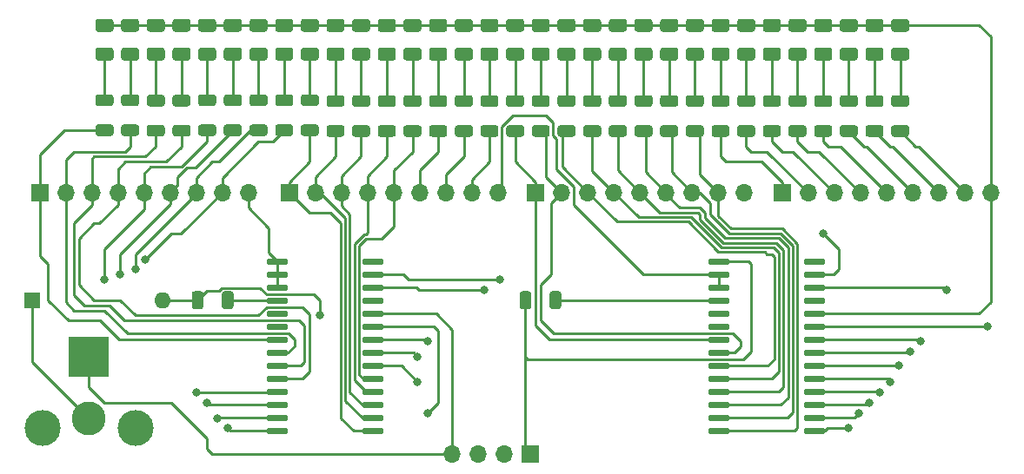
<source format=gbr>
G04 #@! TF.GenerationSoftware,KiCad,Pcbnew,(5.1.9-0-10_14)*
G04 #@! TF.CreationDate,2021-09-02T08:13:15+02:00*
G04 #@! TF.ProjectId,i2c-32io,6932632d-3332-4696-9f2e-6b696361645f,rev?*
G04 #@! TF.SameCoordinates,Original*
G04 #@! TF.FileFunction,Copper,L1,Top*
G04 #@! TF.FilePolarity,Positive*
%FSLAX46Y46*%
G04 Gerber Fmt 4.6, Leading zero omitted, Abs format (unit mm)*
G04 Created by KiCad (PCBNEW (5.1.9-0-10_14)) date 2021-09-02 08:13:15*
%MOMM*%
%LPD*%
G01*
G04 APERTURE LIST*
G04 #@! TA.AperFunction,ComponentPad*
%ADD10O,1.700000X1.700000*%
G04 #@! TD*
G04 #@! TA.AperFunction,ComponentPad*
%ADD11R,1.700000X1.700000*%
G04 #@! TD*
G04 #@! TA.AperFunction,ComponentPad*
%ADD12C,3.500000*%
G04 #@! TD*
G04 #@! TA.AperFunction,ComponentPad*
%ADD13C,3.300000*%
G04 #@! TD*
G04 #@! TA.AperFunction,ComponentPad*
%ADD14R,4.000000X4.000000*%
G04 #@! TD*
G04 #@! TA.AperFunction,ComponentPad*
%ADD15O,1.600000X1.600000*%
G04 #@! TD*
G04 #@! TA.AperFunction,ComponentPad*
%ADD16R,1.600000X1.600000*%
G04 #@! TD*
G04 #@! TA.AperFunction,ViaPad*
%ADD17C,0.800000*%
G04 #@! TD*
G04 #@! TA.AperFunction,Conductor*
%ADD18C,0.250000*%
G04 #@! TD*
G04 APERTURE END LIST*
D10*
G04 #@! TO.P,J1,4*
G04 #@! TO.N,GND*
X64380000Y-110000000D03*
G04 #@! TO.P,J1,3*
G04 #@! TO.N,Net-(J1-Pad3)*
X66920000Y-110000000D03*
G04 #@! TO.P,J1,2*
G04 #@! TO.N,Net-(J1-Pad2)*
X69460000Y-110000000D03*
D11*
G04 #@! TO.P,J1,1*
G04 #@! TO.N,VCC*
X72000000Y-110000000D03*
G04 #@! TD*
D10*
G04 #@! TO.P,J2,9*
G04 #@! TO.N,GND*
X68820000Y-84500000D03*
G04 #@! TO.P,J2,8*
G04 #@! TO.N,Net-(J2-Pad8)*
X66280000Y-84500000D03*
G04 #@! TO.P,J2,7*
G04 #@! TO.N,Net-(J2-Pad7)*
X63740000Y-84500000D03*
G04 #@! TO.P,J2,6*
G04 #@! TO.N,Net-(J2-Pad6)*
X61200000Y-84500000D03*
G04 #@! TO.P,J2,5*
G04 #@! TO.N,Net-(J2-Pad5)*
X58660000Y-84500000D03*
G04 #@! TO.P,J2,4*
G04 #@! TO.N,Net-(J2-Pad4)*
X56120000Y-84500000D03*
G04 #@! TO.P,J2,3*
G04 #@! TO.N,Net-(J2-Pad3)*
X53580000Y-84500000D03*
G04 #@! TO.P,J2,2*
G04 #@! TO.N,Net-(J2-Pad2)*
X51040000Y-84500000D03*
D11*
G04 #@! TO.P,J2,1*
G04 #@! TO.N,Net-(J2-Pad1)*
X48500000Y-84500000D03*
G04 #@! TD*
D12*
G04 #@! TO.P,J6,MP*
G04 #@! TO.N,N/C*
X33500000Y-107500000D03*
X24500000Y-107500000D03*
D13*
G04 #@! TO.P,J6,2*
G04 #@! TO.N,Net-(D33-Pad1)*
X29000000Y-106500000D03*
D14*
G04 #@! TO.P,J6,1*
G04 #@! TO.N,GND*
X29000000Y-100500000D03*
G04 #@! TD*
D10*
G04 #@! TO.P,J5,9*
G04 #@! TO.N,GND*
X92820000Y-84500000D03*
G04 #@! TO.P,J5,8*
G04 #@! TO.N,Net-(J5-Pad8)*
X90280000Y-84500000D03*
G04 #@! TO.P,J5,7*
G04 #@! TO.N,Net-(J5-Pad7)*
X87740000Y-84500000D03*
G04 #@! TO.P,J5,6*
G04 #@! TO.N,Net-(J5-Pad6)*
X85200000Y-84500000D03*
G04 #@! TO.P,J5,5*
G04 #@! TO.N,Net-(J5-Pad5)*
X82660000Y-84500000D03*
G04 #@! TO.P,J5,4*
G04 #@! TO.N,Net-(J5-Pad4)*
X80120000Y-84500000D03*
G04 #@! TO.P,J5,3*
G04 #@! TO.N,Net-(J5-Pad3)*
X77580000Y-84500000D03*
G04 #@! TO.P,J5,2*
G04 #@! TO.N,Net-(J5-Pad2)*
X75040000Y-84500000D03*
D11*
G04 #@! TO.P,J5,1*
G04 #@! TO.N,Net-(J5-Pad1)*
X72500000Y-84500000D03*
G04 #@! TD*
D10*
G04 #@! TO.P,J4,9*
G04 #@! TO.N,GND*
X116820000Y-84500000D03*
G04 #@! TO.P,J4,8*
G04 #@! TO.N,Net-(J4-Pad8)*
X114280000Y-84500000D03*
G04 #@! TO.P,J4,7*
G04 #@! TO.N,Net-(J4-Pad7)*
X111740000Y-84500000D03*
G04 #@! TO.P,J4,6*
G04 #@! TO.N,Net-(J4-Pad6)*
X109200000Y-84500000D03*
G04 #@! TO.P,J4,5*
G04 #@! TO.N,Net-(J4-Pad5)*
X106660000Y-84500000D03*
G04 #@! TO.P,J4,4*
G04 #@! TO.N,Net-(J4-Pad4)*
X104120000Y-84500000D03*
G04 #@! TO.P,J4,3*
G04 #@! TO.N,Net-(J4-Pad3)*
X101580000Y-84500000D03*
G04 #@! TO.P,J4,2*
G04 #@! TO.N,Net-(J4-Pad2)*
X99040000Y-84500000D03*
D11*
G04 #@! TO.P,J4,1*
G04 #@! TO.N,Net-(J4-Pad1)*
X96500000Y-84500000D03*
G04 #@! TD*
D10*
G04 #@! TO.P,J3,9*
G04 #@! TO.N,GND*
X44500000Y-84500000D03*
G04 #@! TO.P,J3,8*
G04 #@! TO.N,Net-(J3-Pad8)*
X41960000Y-84500000D03*
G04 #@! TO.P,J3,7*
G04 #@! TO.N,Net-(J3-Pad7)*
X39420000Y-84500000D03*
G04 #@! TO.P,J3,6*
G04 #@! TO.N,Net-(J3-Pad6)*
X36880000Y-84500000D03*
G04 #@! TO.P,J3,5*
G04 #@! TO.N,Net-(J3-Pad5)*
X34340000Y-84500000D03*
G04 #@! TO.P,J3,4*
G04 #@! TO.N,Net-(J3-Pad4)*
X31800000Y-84500000D03*
G04 #@! TO.P,J3,3*
G04 #@! TO.N,Net-(J3-Pad3)*
X29260000Y-84500000D03*
G04 #@! TO.P,J3,2*
G04 #@! TO.N,Net-(J3-Pad2)*
X26720000Y-84500000D03*
D11*
G04 #@! TO.P,J3,1*
G04 #@! TO.N,Net-(J3-Pad1)*
X24180000Y-84500000D03*
G04 #@! TD*
D15*
G04 #@! TO.P,D33,2*
G04 #@! TO.N,VCC*
X36200000Y-95000000D03*
D16*
G04 #@! TO.P,D33,1*
G04 #@! TO.N,Net-(D33-Pad1)*
X23500000Y-95000000D03*
G04 #@! TD*
G04 #@! TO.P,U2,28*
G04 #@! TO.N,Net-(J5-Pad8)*
G04 #@! TA.AperFunction,SMDPad,CuDef*
G36*
G01*
X91375000Y-107605000D02*
X91375000Y-107905000D01*
G75*
G02*
X91225000Y-108055000I-150000J0D01*
G01*
X89475000Y-108055000D01*
G75*
G02*
X89325000Y-107905000I0J150000D01*
G01*
X89325000Y-107605000D01*
G75*
G02*
X89475000Y-107455000I150000J0D01*
G01*
X91225000Y-107455000D01*
G75*
G02*
X91375000Y-107605000I0J-150000D01*
G01*
G37*
G04 #@! TD.AperFunction*
G04 #@! TO.P,U2,27*
G04 #@! TO.N,Net-(J5-Pad7)*
G04 #@! TA.AperFunction,SMDPad,CuDef*
G36*
G01*
X91375000Y-106335000D02*
X91375000Y-106635000D01*
G75*
G02*
X91225000Y-106785000I-150000J0D01*
G01*
X89475000Y-106785000D01*
G75*
G02*
X89325000Y-106635000I0J150000D01*
G01*
X89325000Y-106335000D01*
G75*
G02*
X89475000Y-106185000I150000J0D01*
G01*
X91225000Y-106185000D01*
G75*
G02*
X91375000Y-106335000I0J-150000D01*
G01*
G37*
G04 #@! TD.AperFunction*
G04 #@! TO.P,U2,26*
G04 #@! TO.N,Net-(J5-Pad6)*
G04 #@! TA.AperFunction,SMDPad,CuDef*
G36*
G01*
X91375000Y-105065000D02*
X91375000Y-105365000D01*
G75*
G02*
X91225000Y-105515000I-150000J0D01*
G01*
X89475000Y-105515000D01*
G75*
G02*
X89325000Y-105365000I0J150000D01*
G01*
X89325000Y-105065000D01*
G75*
G02*
X89475000Y-104915000I150000J0D01*
G01*
X91225000Y-104915000D01*
G75*
G02*
X91375000Y-105065000I0J-150000D01*
G01*
G37*
G04 #@! TD.AperFunction*
G04 #@! TO.P,U2,25*
G04 #@! TO.N,Net-(J5-Pad5)*
G04 #@! TA.AperFunction,SMDPad,CuDef*
G36*
G01*
X91375000Y-103795000D02*
X91375000Y-104095000D01*
G75*
G02*
X91225000Y-104245000I-150000J0D01*
G01*
X89475000Y-104245000D01*
G75*
G02*
X89325000Y-104095000I0J150000D01*
G01*
X89325000Y-103795000D01*
G75*
G02*
X89475000Y-103645000I150000J0D01*
G01*
X91225000Y-103645000D01*
G75*
G02*
X91375000Y-103795000I0J-150000D01*
G01*
G37*
G04 #@! TD.AperFunction*
G04 #@! TO.P,U2,24*
G04 #@! TO.N,Net-(J5-Pad4)*
G04 #@! TA.AperFunction,SMDPad,CuDef*
G36*
G01*
X91375000Y-102525000D02*
X91375000Y-102825000D01*
G75*
G02*
X91225000Y-102975000I-150000J0D01*
G01*
X89475000Y-102975000D01*
G75*
G02*
X89325000Y-102825000I0J150000D01*
G01*
X89325000Y-102525000D01*
G75*
G02*
X89475000Y-102375000I150000J0D01*
G01*
X91225000Y-102375000D01*
G75*
G02*
X91375000Y-102525000I0J-150000D01*
G01*
G37*
G04 #@! TD.AperFunction*
G04 #@! TO.P,U2,23*
G04 #@! TO.N,Net-(J5-Pad3)*
G04 #@! TA.AperFunction,SMDPad,CuDef*
G36*
G01*
X91375000Y-101255000D02*
X91375000Y-101555000D01*
G75*
G02*
X91225000Y-101705000I-150000J0D01*
G01*
X89475000Y-101705000D01*
G75*
G02*
X89325000Y-101555000I0J150000D01*
G01*
X89325000Y-101255000D01*
G75*
G02*
X89475000Y-101105000I150000J0D01*
G01*
X91225000Y-101105000D01*
G75*
G02*
X91375000Y-101255000I0J-150000D01*
G01*
G37*
G04 #@! TD.AperFunction*
G04 #@! TO.P,U2,22*
G04 #@! TO.N,Net-(J5-Pad2)*
G04 #@! TA.AperFunction,SMDPad,CuDef*
G36*
G01*
X91375000Y-99985000D02*
X91375000Y-100285000D01*
G75*
G02*
X91225000Y-100435000I-150000J0D01*
G01*
X89475000Y-100435000D01*
G75*
G02*
X89325000Y-100285000I0J150000D01*
G01*
X89325000Y-99985000D01*
G75*
G02*
X89475000Y-99835000I150000J0D01*
G01*
X91225000Y-99835000D01*
G75*
G02*
X91375000Y-99985000I0J-150000D01*
G01*
G37*
G04 #@! TD.AperFunction*
G04 #@! TO.P,U2,21*
G04 #@! TO.N,Net-(J5-Pad1)*
G04 #@! TA.AperFunction,SMDPad,CuDef*
G36*
G01*
X91375000Y-98715000D02*
X91375000Y-99015000D01*
G75*
G02*
X91225000Y-99165000I-150000J0D01*
G01*
X89475000Y-99165000D01*
G75*
G02*
X89325000Y-99015000I0J150000D01*
G01*
X89325000Y-98715000D01*
G75*
G02*
X89475000Y-98565000I150000J0D01*
G01*
X91225000Y-98565000D01*
G75*
G02*
X91375000Y-98715000I0J-150000D01*
G01*
G37*
G04 #@! TD.AperFunction*
G04 #@! TO.P,U2,20*
G04 #@! TO.N,N/C*
G04 #@! TA.AperFunction,SMDPad,CuDef*
G36*
G01*
X91375000Y-97445000D02*
X91375000Y-97745000D01*
G75*
G02*
X91225000Y-97895000I-150000J0D01*
G01*
X89475000Y-97895000D01*
G75*
G02*
X89325000Y-97745000I0J150000D01*
G01*
X89325000Y-97445000D01*
G75*
G02*
X89475000Y-97295000I150000J0D01*
G01*
X91225000Y-97295000D01*
G75*
G02*
X91375000Y-97445000I0J-150000D01*
G01*
G37*
G04 #@! TD.AperFunction*
G04 #@! TO.P,U2,19*
G04 #@! TA.AperFunction,SMDPad,CuDef*
G36*
G01*
X91375000Y-96175000D02*
X91375000Y-96475000D01*
G75*
G02*
X91225000Y-96625000I-150000J0D01*
G01*
X89475000Y-96625000D01*
G75*
G02*
X89325000Y-96475000I0J150000D01*
G01*
X89325000Y-96175000D01*
G75*
G02*
X89475000Y-96025000I150000J0D01*
G01*
X91225000Y-96025000D01*
G75*
G02*
X91375000Y-96175000I0J-150000D01*
G01*
G37*
G04 #@! TD.AperFunction*
G04 #@! TO.P,U2,18*
G04 #@! TO.N,Net-(R33-Pad2)*
G04 #@! TA.AperFunction,SMDPad,CuDef*
G36*
G01*
X91375000Y-94905000D02*
X91375000Y-95205000D01*
G75*
G02*
X91225000Y-95355000I-150000J0D01*
G01*
X89475000Y-95355000D01*
G75*
G02*
X89325000Y-95205000I0J150000D01*
G01*
X89325000Y-94905000D01*
G75*
G02*
X89475000Y-94755000I150000J0D01*
G01*
X91225000Y-94755000D01*
G75*
G02*
X91375000Y-94905000I0J-150000D01*
G01*
G37*
G04 #@! TD.AperFunction*
G04 #@! TO.P,U2,17*
G04 #@! TO.N,GND*
G04 #@! TA.AperFunction,SMDPad,CuDef*
G36*
G01*
X91375000Y-93635000D02*
X91375000Y-93935000D01*
G75*
G02*
X91225000Y-94085000I-150000J0D01*
G01*
X89475000Y-94085000D01*
G75*
G02*
X89325000Y-93935000I0J150000D01*
G01*
X89325000Y-93635000D01*
G75*
G02*
X89475000Y-93485000I150000J0D01*
G01*
X91225000Y-93485000D01*
G75*
G02*
X91375000Y-93635000I0J-150000D01*
G01*
G37*
G04 #@! TD.AperFunction*
G04 #@! TO.P,U2,16*
G04 #@! TA.AperFunction,SMDPad,CuDef*
G36*
G01*
X91375000Y-92365000D02*
X91375000Y-92665000D01*
G75*
G02*
X91225000Y-92815000I-150000J0D01*
G01*
X89475000Y-92815000D01*
G75*
G02*
X89325000Y-92665000I0J150000D01*
G01*
X89325000Y-92365000D01*
G75*
G02*
X89475000Y-92215000I150000J0D01*
G01*
X91225000Y-92215000D01*
G75*
G02*
X91375000Y-92365000I0J-150000D01*
G01*
G37*
G04 #@! TD.AperFunction*
G04 #@! TO.P,U2,15*
G04 #@! TO.N,VCC*
G04 #@! TA.AperFunction,SMDPad,CuDef*
G36*
G01*
X91375000Y-91095000D02*
X91375000Y-91395000D01*
G75*
G02*
X91225000Y-91545000I-150000J0D01*
G01*
X89475000Y-91545000D01*
G75*
G02*
X89325000Y-91395000I0J150000D01*
G01*
X89325000Y-91095000D01*
G75*
G02*
X89475000Y-90945000I150000J0D01*
G01*
X91225000Y-90945000D01*
G75*
G02*
X91375000Y-91095000I0J-150000D01*
G01*
G37*
G04 #@! TD.AperFunction*
G04 #@! TO.P,U2,14*
G04 #@! TO.N,N/C*
G04 #@! TA.AperFunction,SMDPad,CuDef*
G36*
G01*
X100675000Y-91095000D02*
X100675000Y-91395000D01*
G75*
G02*
X100525000Y-91545000I-150000J0D01*
G01*
X98775000Y-91545000D01*
G75*
G02*
X98625000Y-91395000I0J150000D01*
G01*
X98625000Y-91095000D01*
G75*
G02*
X98775000Y-90945000I150000J0D01*
G01*
X100525000Y-90945000D01*
G75*
G02*
X100675000Y-91095000I0J-150000D01*
G01*
G37*
G04 #@! TD.AperFunction*
G04 #@! TO.P,U2,13*
G04 #@! TO.N,Net-(J1-Pad2)*
G04 #@! TA.AperFunction,SMDPad,CuDef*
G36*
G01*
X100675000Y-92365000D02*
X100675000Y-92665000D01*
G75*
G02*
X100525000Y-92815000I-150000J0D01*
G01*
X98775000Y-92815000D01*
G75*
G02*
X98625000Y-92665000I0J150000D01*
G01*
X98625000Y-92365000D01*
G75*
G02*
X98775000Y-92215000I150000J0D01*
G01*
X100525000Y-92215000D01*
G75*
G02*
X100675000Y-92365000I0J-150000D01*
G01*
G37*
G04 #@! TD.AperFunction*
G04 #@! TO.P,U2,12*
G04 #@! TO.N,Net-(J1-Pad3)*
G04 #@! TA.AperFunction,SMDPad,CuDef*
G36*
G01*
X100675000Y-93635000D02*
X100675000Y-93935000D01*
G75*
G02*
X100525000Y-94085000I-150000J0D01*
G01*
X98775000Y-94085000D01*
G75*
G02*
X98625000Y-93935000I0J150000D01*
G01*
X98625000Y-93635000D01*
G75*
G02*
X98775000Y-93485000I150000J0D01*
G01*
X100525000Y-93485000D01*
G75*
G02*
X100675000Y-93635000I0J-150000D01*
G01*
G37*
G04 #@! TD.AperFunction*
G04 #@! TO.P,U2,11*
G04 #@! TO.N,N/C*
G04 #@! TA.AperFunction,SMDPad,CuDef*
G36*
G01*
X100675000Y-94905000D02*
X100675000Y-95205000D01*
G75*
G02*
X100525000Y-95355000I-150000J0D01*
G01*
X98775000Y-95355000D01*
G75*
G02*
X98625000Y-95205000I0J150000D01*
G01*
X98625000Y-94905000D01*
G75*
G02*
X98775000Y-94755000I150000J0D01*
G01*
X100525000Y-94755000D01*
G75*
G02*
X100675000Y-94905000I0J-150000D01*
G01*
G37*
G04 #@! TD.AperFunction*
G04 #@! TO.P,U2,10*
G04 #@! TO.N,GND*
G04 #@! TA.AperFunction,SMDPad,CuDef*
G36*
G01*
X100675000Y-96175000D02*
X100675000Y-96475000D01*
G75*
G02*
X100525000Y-96625000I-150000J0D01*
G01*
X98775000Y-96625000D01*
G75*
G02*
X98625000Y-96475000I0J150000D01*
G01*
X98625000Y-96175000D01*
G75*
G02*
X98775000Y-96025000I150000J0D01*
G01*
X100525000Y-96025000D01*
G75*
G02*
X100675000Y-96175000I0J-150000D01*
G01*
G37*
G04 #@! TD.AperFunction*
G04 #@! TO.P,U2,9*
G04 #@! TO.N,VCC*
G04 #@! TA.AperFunction,SMDPad,CuDef*
G36*
G01*
X100675000Y-97445000D02*
X100675000Y-97745000D01*
G75*
G02*
X100525000Y-97895000I-150000J0D01*
G01*
X98775000Y-97895000D01*
G75*
G02*
X98625000Y-97745000I0J150000D01*
G01*
X98625000Y-97445000D01*
G75*
G02*
X98775000Y-97295000I150000J0D01*
G01*
X100525000Y-97295000D01*
G75*
G02*
X100675000Y-97445000I0J-150000D01*
G01*
G37*
G04 #@! TD.AperFunction*
G04 #@! TO.P,U2,8*
G04 #@! TO.N,Net-(J4-Pad8)*
G04 #@! TA.AperFunction,SMDPad,CuDef*
G36*
G01*
X100675000Y-98715000D02*
X100675000Y-99015000D01*
G75*
G02*
X100525000Y-99165000I-150000J0D01*
G01*
X98775000Y-99165000D01*
G75*
G02*
X98625000Y-99015000I0J150000D01*
G01*
X98625000Y-98715000D01*
G75*
G02*
X98775000Y-98565000I150000J0D01*
G01*
X100525000Y-98565000D01*
G75*
G02*
X100675000Y-98715000I0J-150000D01*
G01*
G37*
G04 #@! TD.AperFunction*
G04 #@! TO.P,U2,7*
G04 #@! TO.N,Net-(J4-Pad7)*
G04 #@! TA.AperFunction,SMDPad,CuDef*
G36*
G01*
X100675000Y-99985000D02*
X100675000Y-100285000D01*
G75*
G02*
X100525000Y-100435000I-150000J0D01*
G01*
X98775000Y-100435000D01*
G75*
G02*
X98625000Y-100285000I0J150000D01*
G01*
X98625000Y-99985000D01*
G75*
G02*
X98775000Y-99835000I150000J0D01*
G01*
X100525000Y-99835000D01*
G75*
G02*
X100675000Y-99985000I0J-150000D01*
G01*
G37*
G04 #@! TD.AperFunction*
G04 #@! TO.P,U2,6*
G04 #@! TO.N,Net-(J4-Pad6)*
G04 #@! TA.AperFunction,SMDPad,CuDef*
G36*
G01*
X100675000Y-101255000D02*
X100675000Y-101555000D01*
G75*
G02*
X100525000Y-101705000I-150000J0D01*
G01*
X98775000Y-101705000D01*
G75*
G02*
X98625000Y-101555000I0J150000D01*
G01*
X98625000Y-101255000D01*
G75*
G02*
X98775000Y-101105000I150000J0D01*
G01*
X100525000Y-101105000D01*
G75*
G02*
X100675000Y-101255000I0J-150000D01*
G01*
G37*
G04 #@! TD.AperFunction*
G04 #@! TO.P,U2,5*
G04 #@! TO.N,Net-(J4-Pad5)*
G04 #@! TA.AperFunction,SMDPad,CuDef*
G36*
G01*
X100675000Y-102525000D02*
X100675000Y-102825000D01*
G75*
G02*
X100525000Y-102975000I-150000J0D01*
G01*
X98775000Y-102975000D01*
G75*
G02*
X98625000Y-102825000I0J150000D01*
G01*
X98625000Y-102525000D01*
G75*
G02*
X98775000Y-102375000I150000J0D01*
G01*
X100525000Y-102375000D01*
G75*
G02*
X100675000Y-102525000I0J-150000D01*
G01*
G37*
G04 #@! TD.AperFunction*
G04 #@! TO.P,U2,4*
G04 #@! TO.N,Net-(J4-Pad4)*
G04 #@! TA.AperFunction,SMDPad,CuDef*
G36*
G01*
X100675000Y-103795000D02*
X100675000Y-104095000D01*
G75*
G02*
X100525000Y-104245000I-150000J0D01*
G01*
X98775000Y-104245000D01*
G75*
G02*
X98625000Y-104095000I0J150000D01*
G01*
X98625000Y-103795000D01*
G75*
G02*
X98775000Y-103645000I150000J0D01*
G01*
X100525000Y-103645000D01*
G75*
G02*
X100675000Y-103795000I0J-150000D01*
G01*
G37*
G04 #@! TD.AperFunction*
G04 #@! TO.P,U2,3*
G04 #@! TO.N,Net-(J4-Pad3)*
G04 #@! TA.AperFunction,SMDPad,CuDef*
G36*
G01*
X100675000Y-105065000D02*
X100675000Y-105365000D01*
G75*
G02*
X100525000Y-105515000I-150000J0D01*
G01*
X98775000Y-105515000D01*
G75*
G02*
X98625000Y-105365000I0J150000D01*
G01*
X98625000Y-105065000D01*
G75*
G02*
X98775000Y-104915000I150000J0D01*
G01*
X100525000Y-104915000D01*
G75*
G02*
X100675000Y-105065000I0J-150000D01*
G01*
G37*
G04 #@! TD.AperFunction*
G04 #@! TO.P,U2,2*
G04 #@! TO.N,Net-(J4-Pad2)*
G04 #@! TA.AperFunction,SMDPad,CuDef*
G36*
G01*
X100675000Y-106335000D02*
X100675000Y-106635000D01*
G75*
G02*
X100525000Y-106785000I-150000J0D01*
G01*
X98775000Y-106785000D01*
G75*
G02*
X98625000Y-106635000I0J150000D01*
G01*
X98625000Y-106335000D01*
G75*
G02*
X98775000Y-106185000I150000J0D01*
G01*
X100525000Y-106185000D01*
G75*
G02*
X100675000Y-106335000I0J-150000D01*
G01*
G37*
G04 #@! TD.AperFunction*
G04 #@! TO.P,U2,1*
G04 #@! TO.N,Net-(J4-Pad1)*
G04 #@! TA.AperFunction,SMDPad,CuDef*
G36*
G01*
X100675000Y-107605000D02*
X100675000Y-107905000D01*
G75*
G02*
X100525000Y-108055000I-150000J0D01*
G01*
X98775000Y-108055000D01*
G75*
G02*
X98625000Y-107905000I0J150000D01*
G01*
X98625000Y-107605000D01*
G75*
G02*
X98775000Y-107455000I150000J0D01*
G01*
X100525000Y-107455000D01*
G75*
G02*
X100675000Y-107605000I0J-150000D01*
G01*
G37*
G04 #@! TD.AperFunction*
G04 #@! TD*
G04 #@! TO.P,U1,28*
G04 #@! TO.N,Net-(J3-Pad8)*
G04 #@! TA.AperFunction,SMDPad,CuDef*
G36*
G01*
X48375000Y-107605000D02*
X48375000Y-107905000D01*
G75*
G02*
X48225000Y-108055000I-150000J0D01*
G01*
X46475000Y-108055000D01*
G75*
G02*
X46325000Y-107905000I0J150000D01*
G01*
X46325000Y-107605000D01*
G75*
G02*
X46475000Y-107455000I150000J0D01*
G01*
X48225000Y-107455000D01*
G75*
G02*
X48375000Y-107605000I0J-150000D01*
G01*
G37*
G04 #@! TD.AperFunction*
G04 #@! TO.P,U1,27*
G04 #@! TO.N,Net-(J3-Pad7)*
G04 #@! TA.AperFunction,SMDPad,CuDef*
G36*
G01*
X48375000Y-106335000D02*
X48375000Y-106635000D01*
G75*
G02*
X48225000Y-106785000I-150000J0D01*
G01*
X46475000Y-106785000D01*
G75*
G02*
X46325000Y-106635000I0J150000D01*
G01*
X46325000Y-106335000D01*
G75*
G02*
X46475000Y-106185000I150000J0D01*
G01*
X48225000Y-106185000D01*
G75*
G02*
X48375000Y-106335000I0J-150000D01*
G01*
G37*
G04 #@! TD.AperFunction*
G04 #@! TO.P,U1,26*
G04 #@! TO.N,Net-(J3-Pad6)*
G04 #@! TA.AperFunction,SMDPad,CuDef*
G36*
G01*
X48375000Y-105065000D02*
X48375000Y-105365000D01*
G75*
G02*
X48225000Y-105515000I-150000J0D01*
G01*
X46475000Y-105515000D01*
G75*
G02*
X46325000Y-105365000I0J150000D01*
G01*
X46325000Y-105065000D01*
G75*
G02*
X46475000Y-104915000I150000J0D01*
G01*
X48225000Y-104915000D01*
G75*
G02*
X48375000Y-105065000I0J-150000D01*
G01*
G37*
G04 #@! TD.AperFunction*
G04 #@! TO.P,U1,25*
G04 #@! TO.N,Net-(J3-Pad5)*
G04 #@! TA.AperFunction,SMDPad,CuDef*
G36*
G01*
X48375000Y-103795000D02*
X48375000Y-104095000D01*
G75*
G02*
X48225000Y-104245000I-150000J0D01*
G01*
X46475000Y-104245000D01*
G75*
G02*
X46325000Y-104095000I0J150000D01*
G01*
X46325000Y-103795000D01*
G75*
G02*
X46475000Y-103645000I150000J0D01*
G01*
X48225000Y-103645000D01*
G75*
G02*
X48375000Y-103795000I0J-150000D01*
G01*
G37*
G04 #@! TD.AperFunction*
G04 #@! TO.P,U1,24*
G04 #@! TO.N,Net-(J3-Pad4)*
G04 #@! TA.AperFunction,SMDPad,CuDef*
G36*
G01*
X48375000Y-102525000D02*
X48375000Y-102825000D01*
G75*
G02*
X48225000Y-102975000I-150000J0D01*
G01*
X46475000Y-102975000D01*
G75*
G02*
X46325000Y-102825000I0J150000D01*
G01*
X46325000Y-102525000D01*
G75*
G02*
X46475000Y-102375000I150000J0D01*
G01*
X48225000Y-102375000D01*
G75*
G02*
X48375000Y-102525000I0J-150000D01*
G01*
G37*
G04 #@! TD.AperFunction*
G04 #@! TO.P,U1,23*
G04 #@! TO.N,Net-(J3-Pad3)*
G04 #@! TA.AperFunction,SMDPad,CuDef*
G36*
G01*
X48375000Y-101255000D02*
X48375000Y-101555000D01*
G75*
G02*
X48225000Y-101705000I-150000J0D01*
G01*
X46475000Y-101705000D01*
G75*
G02*
X46325000Y-101555000I0J150000D01*
G01*
X46325000Y-101255000D01*
G75*
G02*
X46475000Y-101105000I150000J0D01*
G01*
X48225000Y-101105000D01*
G75*
G02*
X48375000Y-101255000I0J-150000D01*
G01*
G37*
G04 #@! TD.AperFunction*
G04 #@! TO.P,U1,22*
G04 #@! TO.N,Net-(J3-Pad2)*
G04 #@! TA.AperFunction,SMDPad,CuDef*
G36*
G01*
X48375000Y-99985000D02*
X48375000Y-100285000D01*
G75*
G02*
X48225000Y-100435000I-150000J0D01*
G01*
X46475000Y-100435000D01*
G75*
G02*
X46325000Y-100285000I0J150000D01*
G01*
X46325000Y-99985000D01*
G75*
G02*
X46475000Y-99835000I150000J0D01*
G01*
X48225000Y-99835000D01*
G75*
G02*
X48375000Y-99985000I0J-150000D01*
G01*
G37*
G04 #@! TD.AperFunction*
G04 #@! TO.P,U1,21*
G04 #@! TO.N,Net-(J3-Pad1)*
G04 #@! TA.AperFunction,SMDPad,CuDef*
G36*
G01*
X48375000Y-98715000D02*
X48375000Y-99015000D01*
G75*
G02*
X48225000Y-99165000I-150000J0D01*
G01*
X46475000Y-99165000D01*
G75*
G02*
X46325000Y-99015000I0J150000D01*
G01*
X46325000Y-98715000D01*
G75*
G02*
X46475000Y-98565000I150000J0D01*
G01*
X48225000Y-98565000D01*
G75*
G02*
X48375000Y-98715000I0J-150000D01*
G01*
G37*
G04 #@! TD.AperFunction*
G04 #@! TO.P,U1,20*
G04 #@! TO.N,N/C*
G04 #@! TA.AperFunction,SMDPad,CuDef*
G36*
G01*
X48375000Y-97445000D02*
X48375000Y-97745000D01*
G75*
G02*
X48225000Y-97895000I-150000J0D01*
G01*
X46475000Y-97895000D01*
G75*
G02*
X46325000Y-97745000I0J150000D01*
G01*
X46325000Y-97445000D01*
G75*
G02*
X46475000Y-97295000I150000J0D01*
G01*
X48225000Y-97295000D01*
G75*
G02*
X48375000Y-97445000I0J-150000D01*
G01*
G37*
G04 #@! TD.AperFunction*
G04 #@! TO.P,U1,19*
G04 #@! TA.AperFunction,SMDPad,CuDef*
G36*
G01*
X48375000Y-96175000D02*
X48375000Y-96475000D01*
G75*
G02*
X48225000Y-96625000I-150000J0D01*
G01*
X46475000Y-96625000D01*
G75*
G02*
X46325000Y-96475000I0J150000D01*
G01*
X46325000Y-96175000D01*
G75*
G02*
X46475000Y-96025000I150000J0D01*
G01*
X48225000Y-96025000D01*
G75*
G02*
X48375000Y-96175000I0J-150000D01*
G01*
G37*
G04 #@! TD.AperFunction*
G04 #@! TO.P,U1,18*
G04 #@! TO.N,Net-(R34-Pad2)*
G04 #@! TA.AperFunction,SMDPad,CuDef*
G36*
G01*
X48375000Y-94905000D02*
X48375000Y-95205000D01*
G75*
G02*
X48225000Y-95355000I-150000J0D01*
G01*
X46475000Y-95355000D01*
G75*
G02*
X46325000Y-95205000I0J150000D01*
G01*
X46325000Y-94905000D01*
G75*
G02*
X46475000Y-94755000I150000J0D01*
G01*
X48225000Y-94755000D01*
G75*
G02*
X48375000Y-94905000I0J-150000D01*
G01*
G37*
G04 #@! TD.AperFunction*
G04 #@! TO.P,U1,17*
G04 #@! TO.N,GND*
G04 #@! TA.AperFunction,SMDPad,CuDef*
G36*
G01*
X48375000Y-93635000D02*
X48375000Y-93935000D01*
G75*
G02*
X48225000Y-94085000I-150000J0D01*
G01*
X46475000Y-94085000D01*
G75*
G02*
X46325000Y-93935000I0J150000D01*
G01*
X46325000Y-93635000D01*
G75*
G02*
X46475000Y-93485000I150000J0D01*
G01*
X48225000Y-93485000D01*
G75*
G02*
X48375000Y-93635000I0J-150000D01*
G01*
G37*
G04 #@! TD.AperFunction*
G04 #@! TO.P,U1,16*
G04 #@! TA.AperFunction,SMDPad,CuDef*
G36*
G01*
X48375000Y-92365000D02*
X48375000Y-92665000D01*
G75*
G02*
X48225000Y-92815000I-150000J0D01*
G01*
X46475000Y-92815000D01*
G75*
G02*
X46325000Y-92665000I0J150000D01*
G01*
X46325000Y-92365000D01*
G75*
G02*
X46475000Y-92215000I150000J0D01*
G01*
X48225000Y-92215000D01*
G75*
G02*
X48375000Y-92365000I0J-150000D01*
G01*
G37*
G04 #@! TD.AperFunction*
G04 #@! TO.P,U1,15*
G04 #@! TA.AperFunction,SMDPad,CuDef*
G36*
G01*
X48375000Y-91095000D02*
X48375000Y-91395000D01*
G75*
G02*
X48225000Y-91545000I-150000J0D01*
G01*
X46475000Y-91545000D01*
G75*
G02*
X46325000Y-91395000I0J150000D01*
G01*
X46325000Y-91095000D01*
G75*
G02*
X46475000Y-90945000I150000J0D01*
G01*
X48225000Y-90945000D01*
G75*
G02*
X48375000Y-91095000I0J-150000D01*
G01*
G37*
G04 #@! TD.AperFunction*
G04 #@! TO.P,U1,14*
G04 #@! TO.N,N/C*
G04 #@! TA.AperFunction,SMDPad,CuDef*
G36*
G01*
X57675000Y-91095000D02*
X57675000Y-91395000D01*
G75*
G02*
X57525000Y-91545000I-150000J0D01*
G01*
X55775000Y-91545000D01*
G75*
G02*
X55625000Y-91395000I0J150000D01*
G01*
X55625000Y-91095000D01*
G75*
G02*
X55775000Y-90945000I150000J0D01*
G01*
X57525000Y-90945000D01*
G75*
G02*
X57675000Y-91095000I0J-150000D01*
G01*
G37*
G04 #@! TD.AperFunction*
G04 #@! TO.P,U1,13*
G04 #@! TO.N,Net-(J1-Pad2)*
G04 #@! TA.AperFunction,SMDPad,CuDef*
G36*
G01*
X57675000Y-92365000D02*
X57675000Y-92665000D01*
G75*
G02*
X57525000Y-92815000I-150000J0D01*
G01*
X55775000Y-92815000D01*
G75*
G02*
X55625000Y-92665000I0J150000D01*
G01*
X55625000Y-92365000D01*
G75*
G02*
X55775000Y-92215000I150000J0D01*
G01*
X57525000Y-92215000D01*
G75*
G02*
X57675000Y-92365000I0J-150000D01*
G01*
G37*
G04 #@! TD.AperFunction*
G04 #@! TO.P,U1,12*
G04 #@! TO.N,Net-(J1-Pad3)*
G04 #@! TA.AperFunction,SMDPad,CuDef*
G36*
G01*
X57675000Y-93635000D02*
X57675000Y-93935000D01*
G75*
G02*
X57525000Y-94085000I-150000J0D01*
G01*
X55775000Y-94085000D01*
G75*
G02*
X55625000Y-93935000I0J150000D01*
G01*
X55625000Y-93635000D01*
G75*
G02*
X55775000Y-93485000I150000J0D01*
G01*
X57525000Y-93485000D01*
G75*
G02*
X57675000Y-93635000I0J-150000D01*
G01*
G37*
G04 #@! TD.AperFunction*
G04 #@! TO.P,U1,11*
G04 #@! TO.N,N/C*
G04 #@! TA.AperFunction,SMDPad,CuDef*
G36*
G01*
X57675000Y-94905000D02*
X57675000Y-95205000D01*
G75*
G02*
X57525000Y-95355000I-150000J0D01*
G01*
X55775000Y-95355000D01*
G75*
G02*
X55625000Y-95205000I0J150000D01*
G01*
X55625000Y-94905000D01*
G75*
G02*
X55775000Y-94755000I150000J0D01*
G01*
X57525000Y-94755000D01*
G75*
G02*
X57675000Y-94905000I0J-150000D01*
G01*
G37*
G04 #@! TD.AperFunction*
G04 #@! TO.P,U1,10*
G04 #@! TO.N,GND*
G04 #@! TA.AperFunction,SMDPad,CuDef*
G36*
G01*
X57675000Y-96175000D02*
X57675000Y-96475000D01*
G75*
G02*
X57525000Y-96625000I-150000J0D01*
G01*
X55775000Y-96625000D01*
G75*
G02*
X55625000Y-96475000I0J150000D01*
G01*
X55625000Y-96175000D01*
G75*
G02*
X55775000Y-96025000I150000J0D01*
G01*
X57525000Y-96025000D01*
G75*
G02*
X57675000Y-96175000I0J-150000D01*
G01*
G37*
G04 #@! TD.AperFunction*
G04 #@! TO.P,U1,9*
G04 #@! TO.N,VCC*
G04 #@! TA.AperFunction,SMDPad,CuDef*
G36*
G01*
X57675000Y-97445000D02*
X57675000Y-97745000D01*
G75*
G02*
X57525000Y-97895000I-150000J0D01*
G01*
X55775000Y-97895000D01*
G75*
G02*
X55625000Y-97745000I0J150000D01*
G01*
X55625000Y-97445000D01*
G75*
G02*
X55775000Y-97295000I150000J0D01*
G01*
X57525000Y-97295000D01*
G75*
G02*
X57675000Y-97445000I0J-150000D01*
G01*
G37*
G04 #@! TD.AperFunction*
G04 #@! TO.P,U1,8*
G04 #@! TO.N,Net-(J2-Pad8)*
G04 #@! TA.AperFunction,SMDPad,CuDef*
G36*
G01*
X57675000Y-98715000D02*
X57675000Y-99015000D01*
G75*
G02*
X57525000Y-99165000I-150000J0D01*
G01*
X55775000Y-99165000D01*
G75*
G02*
X55625000Y-99015000I0J150000D01*
G01*
X55625000Y-98715000D01*
G75*
G02*
X55775000Y-98565000I150000J0D01*
G01*
X57525000Y-98565000D01*
G75*
G02*
X57675000Y-98715000I0J-150000D01*
G01*
G37*
G04 #@! TD.AperFunction*
G04 #@! TO.P,U1,7*
G04 #@! TO.N,Net-(J2-Pad7)*
G04 #@! TA.AperFunction,SMDPad,CuDef*
G36*
G01*
X57675000Y-99985000D02*
X57675000Y-100285000D01*
G75*
G02*
X57525000Y-100435000I-150000J0D01*
G01*
X55775000Y-100435000D01*
G75*
G02*
X55625000Y-100285000I0J150000D01*
G01*
X55625000Y-99985000D01*
G75*
G02*
X55775000Y-99835000I150000J0D01*
G01*
X57525000Y-99835000D01*
G75*
G02*
X57675000Y-99985000I0J-150000D01*
G01*
G37*
G04 #@! TD.AperFunction*
G04 #@! TO.P,U1,6*
G04 #@! TO.N,Net-(J2-Pad6)*
G04 #@! TA.AperFunction,SMDPad,CuDef*
G36*
G01*
X57675000Y-101255000D02*
X57675000Y-101555000D01*
G75*
G02*
X57525000Y-101705000I-150000J0D01*
G01*
X55775000Y-101705000D01*
G75*
G02*
X55625000Y-101555000I0J150000D01*
G01*
X55625000Y-101255000D01*
G75*
G02*
X55775000Y-101105000I150000J0D01*
G01*
X57525000Y-101105000D01*
G75*
G02*
X57675000Y-101255000I0J-150000D01*
G01*
G37*
G04 #@! TD.AperFunction*
G04 #@! TO.P,U1,5*
G04 #@! TO.N,Net-(J2-Pad5)*
G04 #@! TA.AperFunction,SMDPad,CuDef*
G36*
G01*
X57675000Y-102525000D02*
X57675000Y-102825000D01*
G75*
G02*
X57525000Y-102975000I-150000J0D01*
G01*
X55775000Y-102975000D01*
G75*
G02*
X55625000Y-102825000I0J150000D01*
G01*
X55625000Y-102525000D01*
G75*
G02*
X55775000Y-102375000I150000J0D01*
G01*
X57525000Y-102375000D01*
G75*
G02*
X57675000Y-102525000I0J-150000D01*
G01*
G37*
G04 #@! TD.AperFunction*
G04 #@! TO.P,U1,4*
G04 #@! TO.N,Net-(J2-Pad4)*
G04 #@! TA.AperFunction,SMDPad,CuDef*
G36*
G01*
X57675000Y-103795000D02*
X57675000Y-104095000D01*
G75*
G02*
X57525000Y-104245000I-150000J0D01*
G01*
X55775000Y-104245000D01*
G75*
G02*
X55625000Y-104095000I0J150000D01*
G01*
X55625000Y-103795000D01*
G75*
G02*
X55775000Y-103645000I150000J0D01*
G01*
X57525000Y-103645000D01*
G75*
G02*
X57675000Y-103795000I0J-150000D01*
G01*
G37*
G04 #@! TD.AperFunction*
G04 #@! TO.P,U1,3*
G04 #@! TO.N,Net-(J2-Pad3)*
G04 #@! TA.AperFunction,SMDPad,CuDef*
G36*
G01*
X57675000Y-105065000D02*
X57675000Y-105365000D01*
G75*
G02*
X57525000Y-105515000I-150000J0D01*
G01*
X55775000Y-105515000D01*
G75*
G02*
X55625000Y-105365000I0J150000D01*
G01*
X55625000Y-105065000D01*
G75*
G02*
X55775000Y-104915000I150000J0D01*
G01*
X57525000Y-104915000D01*
G75*
G02*
X57675000Y-105065000I0J-150000D01*
G01*
G37*
G04 #@! TD.AperFunction*
G04 #@! TO.P,U1,2*
G04 #@! TO.N,Net-(J2-Pad2)*
G04 #@! TA.AperFunction,SMDPad,CuDef*
G36*
G01*
X57675000Y-106335000D02*
X57675000Y-106635000D01*
G75*
G02*
X57525000Y-106785000I-150000J0D01*
G01*
X55775000Y-106785000D01*
G75*
G02*
X55625000Y-106635000I0J150000D01*
G01*
X55625000Y-106335000D01*
G75*
G02*
X55775000Y-106185000I150000J0D01*
G01*
X57525000Y-106185000D01*
G75*
G02*
X57675000Y-106335000I0J-150000D01*
G01*
G37*
G04 #@! TD.AperFunction*
G04 #@! TO.P,U1,1*
G04 #@! TO.N,Net-(J2-Pad1)*
G04 #@! TA.AperFunction,SMDPad,CuDef*
G36*
G01*
X57675000Y-107605000D02*
X57675000Y-107905000D01*
G75*
G02*
X57525000Y-108055000I-150000J0D01*
G01*
X55775000Y-108055000D01*
G75*
G02*
X55625000Y-107905000I0J150000D01*
G01*
X55625000Y-107605000D01*
G75*
G02*
X55775000Y-107455000I150000J0D01*
G01*
X57525000Y-107455000D01*
G75*
G02*
X57675000Y-107605000I0J-150000D01*
G01*
G37*
G04 #@! TD.AperFunction*
G04 #@! TD*
G04 #@! TO.P,R34,2*
G04 #@! TO.N,Net-(R34-Pad2)*
G04 #@! TA.AperFunction,SMDPad,CuDef*
G36*
G01*
X41937500Y-95625003D02*
X41937500Y-94374997D01*
G75*
G02*
X42187497Y-94125000I249997J0D01*
G01*
X42812503Y-94125000D01*
G75*
G02*
X43062500Y-94374997I0J-249997D01*
G01*
X43062500Y-95625003D01*
G75*
G02*
X42812503Y-95875000I-249997J0D01*
G01*
X42187497Y-95875000D01*
G75*
G02*
X41937500Y-95625003I0J249997D01*
G01*
G37*
G04 #@! TD.AperFunction*
G04 #@! TO.P,R34,1*
G04 #@! TO.N,VCC*
G04 #@! TA.AperFunction,SMDPad,CuDef*
G36*
G01*
X39012500Y-95625003D02*
X39012500Y-94374997D01*
G75*
G02*
X39262497Y-94125000I249997J0D01*
G01*
X39887503Y-94125000D01*
G75*
G02*
X40137500Y-94374997I0J-249997D01*
G01*
X40137500Y-95625003D01*
G75*
G02*
X39887503Y-95875000I-249997J0D01*
G01*
X39262497Y-95875000D01*
G75*
G02*
X39012500Y-95625003I0J249997D01*
G01*
G37*
G04 #@! TD.AperFunction*
G04 #@! TD*
G04 #@! TO.P,R33,2*
G04 #@! TO.N,Net-(R33-Pad2)*
G04 #@! TA.AperFunction,SMDPad,CuDef*
G36*
G01*
X73862500Y-95625003D02*
X73862500Y-94374997D01*
G75*
G02*
X74112497Y-94125000I249997J0D01*
G01*
X74737503Y-94125000D01*
G75*
G02*
X74987500Y-94374997I0J-249997D01*
G01*
X74987500Y-95625003D01*
G75*
G02*
X74737503Y-95875000I-249997J0D01*
G01*
X74112497Y-95875000D01*
G75*
G02*
X73862500Y-95625003I0J249997D01*
G01*
G37*
G04 #@! TD.AperFunction*
G04 #@! TO.P,R33,1*
G04 #@! TO.N,VCC*
G04 #@! TA.AperFunction,SMDPad,CuDef*
G36*
G01*
X70937500Y-95625003D02*
X70937500Y-94374997D01*
G75*
G02*
X71187497Y-94125000I249997J0D01*
G01*
X71812503Y-94125000D01*
G75*
G02*
X72062500Y-94374997I0J-249997D01*
G01*
X72062500Y-95625003D01*
G75*
G02*
X71812503Y-95875000I-249997J0D01*
G01*
X71187497Y-95875000D01*
G75*
G02*
X70937500Y-95625003I0J249997D01*
G01*
G37*
G04 #@! TD.AperFunction*
G04 #@! TD*
G04 #@! TO.P,R32,2*
G04 #@! TO.N,Net-(J4-Pad8)*
G04 #@! TA.AperFunction,SMDPad,CuDef*
G36*
G01*
X107374997Y-77937500D02*
X108625003Y-77937500D01*
G75*
G02*
X108875000Y-78187497I0J-249997D01*
G01*
X108875000Y-78812503D01*
G75*
G02*
X108625003Y-79062500I-249997J0D01*
G01*
X107374997Y-79062500D01*
G75*
G02*
X107125000Y-78812503I0J249997D01*
G01*
X107125000Y-78187497D01*
G75*
G02*
X107374997Y-77937500I249997J0D01*
G01*
G37*
G04 #@! TD.AperFunction*
G04 #@! TO.P,R32,1*
G04 #@! TO.N,Net-(D32-Pad2)*
G04 #@! TA.AperFunction,SMDPad,CuDef*
G36*
G01*
X107374997Y-75012500D02*
X108625003Y-75012500D01*
G75*
G02*
X108875000Y-75262497I0J-249997D01*
G01*
X108875000Y-75887503D01*
G75*
G02*
X108625003Y-76137500I-249997J0D01*
G01*
X107374997Y-76137500D01*
G75*
G02*
X107125000Y-75887503I0J249997D01*
G01*
X107125000Y-75262497D01*
G75*
G02*
X107374997Y-75012500I249997J0D01*
G01*
G37*
G04 #@! TD.AperFunction*
G04 #@! TD*
G04 #@! TO.P,R31,2*
G04 #@! TO.N,Net-(J4-Pad7)*
G04 #@! TA.AperFunction,SMDPad,CuDef*
G36*
G01*
X104874997Y-77937500D02*
X106125003Y-77937500D01*
G75*
G02*
X106375000Y-78187497I0J-249997D01*
G01*
X106375000Y-78812503D01*
G75*
G02*
X106125003Y-79062500I-249997J0D01*
G01*
X104874997Y-79062500D01*
G75*
G02*
X104625000Y-78812503I0J249997D01*
G01*
X104625000Y-78187497D01*
G75*
G02*
X104874997Y-77937500I249997J0D01*
G01*
G37*
G04 #@! TD.AperFunction*
G04 #@! TO.P,R31,1*
G04 #@! TO.N,Net-(D31-Pad2)*
G04 #@! TA.AperFunction,SMDPad,CuDef*
G36*
G01*
X104874997Y-75012500D02*
X106125003Y-75012500D01*
G75*
G02*
X106375000Y-75262497I0J-249997D01*
G01*
X106375000Y-75887503D01*
G75*
G02*
X106125003Y-76137500I-249997J0D01*
G01*
X104874997Y-76137500D01*
G75*
G02*
X104625000Y-75887503I0J249997D01*
G01*
X104625000Y-75262497D01*
G75*
G02*
X104874997Y-75012500I249997J0D01*
G01*
G37*
G04 #@! TD.AperFunction*
G04 #@! TD*
G04 #@! TO.P,R30,2*
G04 #@! TO.N,Net-(J4-Pad6)*
G04 #@! TA.AperFunction,SMDPad,CuDef*
G36*
G01*
X102374997Y-77937500D02*
X103625003Y-77937500D01*
G75*
G02*
X103875000Y-78187497I0J-249997D01*
G01*
X103875000Y-78812503D01*
G75*
G02*
X103625003Y-79062500I-249997J0D01*
G01*
X102374997Y-79062500D01*
G75*
G02*
X102125000Y-78812503I0J249997D01*
G01*
X102125000Y-78187497D01*
G75*
G02*
X102374997Y-77937500I249997J0D01*
G01*
G37*
G04 #@! TD.AperFunction*
G04 #@! TO.P,R30,1*
G04 #@! TO.N,Net-(D30-Pad2)*
G04 #@! TA.AperFunction,SMDPad,CuDef*
G36*
G01*
X102374997Y-75012500D02*
X103625003Y-75012500D01*
G75*
G02*
X103875000Y-75262497I0J-249997D01*
G01*
X103875000Y-75887503D01*
G75*
G02*
X103625003Y-76137500I-249997J0D01*
G01*
X102374997Y-76137500D01*
G75*
G02*
X102125000Y-75887503I0J249997D01*
G01*
X102125000Y-75262497D01*
G75*
G02*
X102374997Y-75012500I249997J0D01*
G01*
G37*
G04 #@! TD.AperFunction*
G04 #@! TD*
G04 #@! TO.P,R29,2*
G04 #@! TO.N,Net-(J4-Pad5)*
G04 #@! TA.AperFunction,SMDPad,CuDef*
G36*
G01*
X99874997Y-77937500D02*
X101125003Y-77937500D01*
G75*
G02*
X101375000Y-78187497I0J-249997D01*
G01*
X101375000Y-78812503D01*
G75*
G02*
X101125003Y-79062500I-249997J0D01*
G01*
X99874997Y-79062500D01*
G75*
G02*
X99625000Y-78812503I0J249997D01*
G01*
X99625000Y-78187497D01*
G75*
G02*
X99874997Y-77937500I249997J0D01*
G01*
G37*
G04 #@! TD.AperFunction*
G04 #@! TO.P,R29,1*
G04 #@! TO.N,Net-(D29-Pad2)*
G04 #@! TA.AperFunction,SMDPad,CuDef*
G36*
G01*
X99874997Y-75012500D02*
X101125003Y-75012500D01*
G75*
G02*
X101375000Y-75262497I0J-249997D01*
G01*
X101375000Y-75887503D01*
G75*
G02*
X101125003Y-76137500I-249997J0D01*
G01*
X99874997Y-76137500D01*
G75*
G02*
X99625000Y-75887503I0J249997D01*
G01*
X99625000Y-75262497D01*
G75*
G02*
X99874997Y-75012500I249997J0D01*
G01*
G37*
G04 #@! TD.AperFunction*
G04 #@! TD*
G04 #@! TO.P,R28,2*
G04 #@! TO.N,Net-(J4-Pad4)*
G04 #@! TA.AperFunction,SMDPad,CuDef*
G36*
G01*
X97374997Y-77937500D02*
X98625003Y-77937500D01*
G75*
G02*
X98875000Y-78187497I0J-249997D01*
G01*
X98875000Y-78812503D01*
G75*
G02*
X98625003Y-79062500I-249997J0D01*
G01*
X97374997Y-79062500D01*
G75*
G02*
X97125000Y-78812503I0J249997D01*
G01*
X97125000Y-78187497D01*
G75*
G02*
X97374997Y-77937500I249997J0D01*
G01*
G37*
G04 #@! TD.AperFunction*
G04 #@! TO.P,R28,1*
G04 #@! TO.N,Net-(D28-Pad2)*
G04 #@! TA.AperFunction,SMDPad,CuDef*
G36*
G01*
X97374997Y-75012500D02*
X98625003Y-75012500D01*
G75*
G02*
X98875000Y-75262497I0J-249997D01*
G01*
X98875000Y-75887503D01*
G75*
G02*
X98625003Y-76137500I-249997J0D01*
G01*
X97374997Y-76137500D01*
G75*
G02*
X97125000Y-75887503I0J249997D01*
G01*
X97125000Y-75262497D01*
G75*
G02*
X97374997Y-75012500I249997J0D01*
G01*
G37*
G04 #@! TD.AperFunction*
G04 #@! TD*
G04 #@! TO.P,R27,2*
G04 #@! TO.N,Net-(J4-Pad3)*
G04 #@! TA.AperFunction,SMDPad,CuDef*
G36*
G01*
X94874997Y-77937500D02*
X96125003Y-77937500D01*
G75*
G02*
X96375000Y-78187497I0J-249997D01*
G01*
X96375000Y-78812503D01*
G75*
G02*
X96125003Y-79062500I-249997J0D01*
G01*
X94874997Y-79062500D01*
G75*
G02*
X94625000Y-78812503I0J249997D01*
G01*
X94625000Y-78187497D01*
G75*
G02*
X94874997Y-77937500I249997J0D01*
G01*
G37*
G04 #@! TD.AperFunction*
G04 #@! TO.P,R27,1*
G04 #@! TO.N,Net-(D27-Pad2)*
G04 #@! TA.AperFunction,SMDPad,CuDef*
G36*
G01*
X94874997Y-75012500D02*
X96125003Y-75012500D01*
G75*
G02*
X96375000Y-75262497I0J-249997D01*
G01*
X96375000Y-75887503D01*
G75*
G02*
X96125003Y-76137500I-249997J0D01*
G01*
X94874997Y-76137500D01*
G75*
G02*
X94625000Y-75887503I0J249997D01*
G01*
X94625000Y-75262497D01*
G75*
G02*
X94874997Y-75012500I249997J0D01*
G01*
G37*
G04 #@! TD.AperFunction*
G04 #@! TD*
G04 #@! TO.P,R26,2*
G04 #@! TO.N,Net-(J4-Pad2)*
G04 #@! TA.AperFunction,SMDPad,CuDef*
G36*
G01*
X92374997Y-77937500D02*
X93625003Y-77937500D01*
G75*
G02*
X93875000Y-78187497I0J-249997D01*
G01*
X93875000Y-78812503D01*
G75*
G02*
X93625003Y-79062500I-249997J0D01*
G01*
X92374997Y-79062500D01*
G75*
G02*
X92125000Y-78812503I0J249997D01*
G01*
X92125000Y-78187497D01*
G75*
G02*
X92374997Y-77937500I249997J0D01*
G01*
G37*
G04 #@! TD.AperFunction*
G04 #@! TO.P,R26,1*
G04 #@! TO.N,Net-(D26-Pad2)*
G04 #@! TA.AperFunction,SMDPad,CuDef*
G36*
G01*
X92374997Y-75012500D02*
X93625003Y-75012500D01*
G75*
G02*
X93875000Y-75262497I0J-249997D01*
G01*
X93875000Y-75887503D01*
G75*
G02*
X93625003Y-76137500I-249997J0D01*
G01*
X92374997Y-76137500D01*
G75*
G02*
X92125000Y-75887503I0J249997D01*
G01*
X92125000Y-75262497D01*
G75*
G02*
X92374997Y-75012500I249997J0D01*
G01*
G37*
G04 #@! TD.AperFunction*
G04 #@! TD*
G04 #@! TO.P,R25,2*
G04 #@! TO.N,Net-(J4-Pad1)*
G04 #@! TA.AperFunction,SMDPad,CuDef*
G36*
G01*
X89874997Y-77937500D02*
X91125003Y-77937500D01*
G75*
G02*
X91375000Y-78187497I0J-249997D01*
G01*
X91375000Y-78812503D01*
G75*
G02*
X91125003Y-79062500I-249997J0D01*
G01*
X89874997Y-79062500D01*
G75*
G02*
X89625000Y-78812503I0J249997D01*
G01*
X89625000Y-78187497D01*
G75*
G02*
X89874997Y-77937500I249997J0D01*
G01*
G37*
G04 #@! TD.AperFunction*
G04 #@! TO.P,R25,1*
G04 #@! TO.N,Net-(D25-Pad2)*
G04 #@! TA.AperFunction,SMDPad,CuDef*
G36*
G01*
X89874997Y-75012500D02*
X91125003Y-75012500D01*
G75*
G02*
X91375000Y-75262497I0J-249997D01*
G01*
X91375000Y-75887503D01*
G75*
G02*
X91125003Y-76137500I-249997J0D01*
G01*
X89874997Y-76137500D01*
G75*
G02*
X89625000Y-75887503I0J249997D01*
G01*
X89625000Y-75262497D01*
G75*
G02*
X89874997Y-75012500I249997J0D01*
G01*
G37*
G04 #@! TD.AperFunction*
G04 #@! TD*
G04 #@! TO.P,R24,2*
G04 #@! TO.N,Net-(J5-Pad8)*
G04 #@! TA.AperFunction,SMDPad,CuDef*
G36*
G01*
X87374997Y-77937500D02*
X88625003Y-77937500D01*
G75*
G02*
X88875000Y-78187497I0J-249997D01*
G01*
X88875000Y-78812503D01*
G75*
G02*
X88625003Y-79062500I-249997J0D01*
G01*
X87374997Y-79062500D01*
G75*
G02*
X87125000Y-78812503I0J249997D01*
G01*
X87125000Y-78187497D01*
G75*
G02*
X87374997Y-77937500I249997J0D01*
G01*
G37*
G04 #@! TD.AperFunction*
G04 #@! TO.P,R24,1*
G04 #@! TO.N,Net-(D24-Pad2)*
G04 #@! TA.AperFunction,SMDPad,CuDef*
G36*
G01*
X87374997Y-75012500D02*
X88625003Y-75012500D01*
G75*
G02*
X88875000Y-75262497I0J-249997D01*
G01*
X88875000Y-75887503D01*
G75*
G02*
X88625003Y-76137500I-249997J0D01*
G01*
X87374997Y-76137500D01*
G75*
G02*
X87125000Y-75887503I0J249997D01*
G01*
X87125000Y-75262497D01*
G75*
G02*
X87374997Y-75012500I249997J0D01*
G01*
G37*
G04 #@! TD.AperFunction*
G04 #@! TD*
G04 #@! TO.P,R23,2*
G04 #@! TO.N,Net-(J5-Pad7)*
G04 #@! TA.AperFunction,SMDPad,CuDef*
G36*
G01*
X84874997Y-77937500D02*
X86125003Y-77937500D01*
G75*
G02*
X86375000Y-78187497I0J-249997D01*
G01*
X86375000Y-78812503D01*
G75*
G02*
X86125003Y-79062500I-249997J0D01*
G01*
X84874997Y-79062500D01*
G75*
G02*
X84625000Y-78812503I0J249997D01*
G01*
X84625000Y-78187497D01*
G75*
G02*
X84874997Y-77937500I249997J0D01*
G01*
G37*
G04 #@! TD.AperFunction*
G04 #@! TO.P,R23,1*
G04 #@! TO.N,Net-(D23-Pad2)*
G04 #@! TA.AperFunction,SMDPad,CuDef*
G36*
G01*
X84874997Y-75012500D02*
X86125003Y-75012500D01*
G75*
G02*
X86375000Y-75262497I0J-249997D01*
G01*
X86375000Y-75887503D01*
G75*
G02*
X86125003Y-76137500I-249997J0D01*
G01*
X84874997Y-76137500D01*
G75*
G02*
X84625000Y-75887503I0J249997D01*
G01*
X84625000Y-75262497D01*
G75*
G02*
X84874997Y-75012500I249997J0D01*
G01*
G37*
G04 #@! TD.AperFunction*
G04 #@! TD*
G04 #@! TO.P,R22,2*
G04 #@! TO.N,Net-(J5-Pad6)*
G04 #@! TA.AperFunction,SMDPad,CuDef*
G36*
G01*
X82374997Y-77937500D02*
X83625003Y-77937500D01*
G75*
G02*
X83875000Y-78187497I0J-249997D01*
G01*
X83875000Y-78812503D01*
G75*
G02*
X83625003Y-79062500I-249997J0D01*
G01*
X82374997Y-79062500D01*
G75*
G02*
X82125000Y-78812503I0J249997D01*
G01*
X82125000Y-78187497D01*
G75*
G02*
X82374997Y-77937500I249997J0D01*
G01*
G37*
G04 #@! TD.AperFunction*
G04 #@! TO.P,R22,1*
G04 #@! TO.N,Net-(D22-Pad2)*
G04 #@! TA.AperFunction,SMDPad,CuDef*
G36*
G01*
X82374997Y-75012500D02*
X83625003Y-75012500D01*
G75*
G02*
X83875000Y-75262497I0J-249997D01*
G01*
X83875000Y-75887503D01*
G75*
G02*
X83625003Y-76137500I-249997J0D01*
G01*
X82374997Y-76137500D01*
G75*
G02*
X82125000Y-75887503I0J249997D01*
G01*
X82125000Y-75262497D01*
G75*
G02*
X82374997Y-75012500I249997J0D01*
G01*
G37*
G04 #@! TD.AperFunction*
G04 #@! TD*
G04 #@! TO.P,R21,2*
G04 #@! TO.N,Net-(J5-Pad5)*
G04 #@! TA.AperFunction,SMDPad,CuDef*
G36*
G01*
X79874997Y-77937500D02*
X81125003Y-77937500D01*
G75*
G02*
X81375000Y-78187497I0J-249997D01*
G01*
X81375000Y-78812503D01*
G75*
G02*
X81125003Y-79062500I-249997J0D01*
G01*
X79874997Y-79062500D01*
G75*
G02*
X79625000Y-78812503I0J249997D01*
G01*
X79625000Y-78187497D01*
G75*
G02*
X79874997Y-77937500I249997J0D01*
G01*
G37*
G04 #@! TD.AperFunction*
G04 #@! TO.P,R21,1*
G04 #@! TO.N,Net-(D21-Pad2)*
G04 #@! TA.AperFunction,SMDPad,CuDef*
G36*
G01*
X79874997Y-75012500D02*
X81125003Y-75012500D01*
G75*
G02*
X81375000Y-75262497I0J-249997D01*
G01*
X81375000Y-75887503D01*
G75*
G02*
X81125003Y-76137500I-249997J0D01*
G01*
X79874997Y-76137500D01*
G75*
G02*
X79625000Y-75887503I0J249997D01*
G01*
X79625000Y-75262497D01*
G75*
G02*
X79874997Y-75012500I249997J0D01*
G01*
G37*
G04 #@! TD.AperFunction*
G04 #@! TD*
G04 #@! TO.P,R20,2*
G04 #@! TO.N,Net-(J5-Pad4)*
G04 #@! TA.AperFunction,SMDPad,CuDef*
G36*
G01*
X77374997Y-77937500D02*
X78625003Y-77937500D01*
G75*
G02*
X78875000Y-78187497I0J-249997D01*
G01*
X78875000Y-78812503D01*
G75*
G02*
X78625003Y-79062500I-249997J0D01*
G01*
X77374997Y-79062500D01*
G75*
G02*
X77125000Y-78812503I0J249997D01*
G01*
X77125000Y-78187497D01*
G75*
G02*
X77374997Y-77937500I249997J0D01*
G01*
G37*
G04 #@! TD.AperFunction*
G04 #@! TO.P,R20,1*
G04 #@! TO.N,Net-(D20-Pad2)*
G04 #@! TA.AperFunction,SMDPad,CuDef*
G36*
G01*
X77374997Y-75012500D02*
X78625003Y-75012500D01*
G75*
G02*
X78875000Y-75262497I0J-249997D01*
G01*
X78875000Y-75887503D01*
G75*
G02*
X78625003Y-76137500I-249997J0D01*
G01*
X77374997Y-76137500D01*
G75*
G02*
X77125000Y-75887503I0J249997D01*
G01*
X77125000Y-75262497D01*
G75*
G02*
X77374997Y-75012500I249997J0D01*
G01*
G37*
G04 #@! TD.AperFunction*
G04 #@! TD*
G04 #@! TO.P,R19,2*
G04 #@! TO.N,Net-(J5-Pad3)*
G04 #@! TA.AperFunction,SMDPad,CuDef*
G36*
G01*
X74874997Y-77937500D02*
X76125003Y-77937500D01*
G75*
G02*
X76375000Y-78187497I0J-249997D01*
G01*
X76375000Y-78812503D01*
G75*
G02*
X76125003Y-79062500I-249997J0D01*
G01*
X74874997Y-79062500D01*
G75*
G02*
X74625000Y-78812503I0J249997D01*
G01*
X74625000Y-78187497D01*
G75*
G02*
X74874997Y-77937500I249997J0D01*
G01*
G37*
G04 #@! TD.AperFunction*
G04 #@! TO.P,R19,1*
G04 #@! TO.N,Net-(D19-Pad2)*
G04 #@! TA.AperFunction,SMDPad,CuDef*
G36*
G01*
X74874997Y-75012500D02*
X76125003Y-75012500D01*
G75*
G02*
X76375000Y-75262497I0J-249997D01*
G01*
X76375000Y-75887503D01*
G75*
G02*
X76125003Y-76137500I-249997J0D01*
G01*
X74874997Y-76137500D01*
G75*
G02*
X74625000Y-75887503I0J249997D01*
G01*
X74625000Y-75262497D01*
G75*
G02*
X74874997Y-75012500I249997J0D01*
G01*
G37*
G04 #@! TD.AperFunction*
G04 #@! TD*
G04 #@! TO.P,R18,2*
G04 #@! TO.N,Net-(J5-Pad2)*
G04 #@! TA.AperFunction,SMDPad,CuDef*
G36*
G01*
X72374997Y-77937500D02*
X73625003Y-77937500D01*
G75*
G02*
X73875000Y-78187497I0J-249997D01*
G01*
X73875000Y-78812503D01*
G75*
G02*
X73625003Y-79062500I-249997J0D01*
G01*
X72374997Y-79062500D01*
G75*
G02*
X72125000Y-78812503I0J249997D01*
G01*
X72125000Y-78187497D01*
G75*
G02*
X72374997Y-77937500I249997J0D01*
G01*
G37*
G04 #@! TD.AperFunction*
G04 #@! TO.P,R18,1*
G04 #@! TO.N,Net-(D18-Pad2)*
G04 #@! TA.AperFunction,SMDPad,CuDef*
G36*
G01*
X72374997Y-75012500D02*
X73625003Y-75012500D01*
G75*
G02*
X73875000Y-75262497I0J-249997D01*
G01*
X73875000Y-75887503D01*
G75*
G02*
X73625003Y-76137500I-249997J0D01*
G01*
X72374997Y-76137500D01*
G75*
G02*
X72125000Y-75887503I0J249997D01*
G01*
X72125000Y-75262497D01*
G75*
G02*
X72374997Y-75012500I249997J0D01*
G01*
G37*
G04 #@! TD.AperFunction*
G04 #@! TD*
G04 #@! TO.P,R17,2*
G04 #@! TO.N,Net-(J5-Pad1)*
G04 #@! TA.AperFunction,SMDPad,CuDef*
G36*
G01*
X69874997Y-77937500D02*
X71125003Y-77937500D01*
G75*
G02*
X71375000Y-78187497I0J-249997D01*
G01*
X71375000Y-78812503D01*
G75*
G02*
X71125003Y-79062500I-249997J0D01*
G01*
X69874997Y-79062500D01*
G75*
G02*
X69625000Y-78812503I0J249997D01*
G01*
X69625000Y-78187497D01*
G75*
G02*
X69874997Y-77937500I249997J0D01*
G01*
G37*
G04 #@! TD.AperFunction*
G04 #@! TO.P,R17,1*
G04 #@! TO.N,Net-(D17-Pad2)*
G04 #@! TA.AperFunction,SMDPad,CuDef*
G36*
G01*
X69874997Y-75012500D02*
X71125003Y-75012500D01*
G75*
G02*
X71375000Y-75262497I0J-249997D01*
G01*
X71375000Y-75887503D01*
G75*
G02*
X71125003Y-76137500I-249997J0D01*
G01*
X69874997Y-76137500D01*
G75*
G02*
X69625000Y-75887503I0J249997D01*
G01*
X69625000Y-75262497D01*
G75*
G02*
X69874997Y-75012500I249997J0D01*
G01*
G37*
G04 #@! TD.AperFunction*
G04 #@! TD*
G04 #@! TO.P,R16,2*
G04 #@! TO.N,Net-(J2-Pad8)*
G04 #@! TA.AperFunction,SMDPad,CuDef*
G36*
G01*
X67374997Y-77937500D02*
X68625003Y-77937500D01*
G75*
G02*
X68875000Y-78187497I0J-249997D01*
G01*
X68875000Y-78812503D01*
G75*
G02*
X68625003Y-79062500I-249997J0D01*
G01*
X67374997Y-79062500D01*
G75*
G02*
X67125000Y-78812503I0J249997D01*
G01*
X67125000Y-78187497D01*
G75*
G02*
X67374997Y-77937500I249997J0D01*
G01*
G37*
G04 #@! TD.AperFunction*
G04 #@! TO.P,R16,1*
G04 #@! TO.N,Net-(D16-Pad2)*
G04 #@! TA.AperFunction,SMDPad,CuDef*
G36*
G01*
X67374997Y-75012500D02*
X68625003Y-75012500D01*
G75*
G02*
X68875000Y-75262497I0J-249997D01*
G01*
X68875000Y-75887503D01*
G75*
G02*
X68625003Y-76137500I-249997J0D01*
G01*
X67374997Y-76137500D01*
G75*
G02*
X67125000Y-75887503I0J249997D01*
G01*
X67125000Y-75262497D01*
G75*
G02*
X67374997Y-75012500I249997J0D01*
G01*
G37*
G04 #@! TD.AperFunction*
G04 #@! TD*
G04 #@! TO.P,R15,2*
G04 #@! TO.N,Net-(J2-Pad7)*
G04 #@! TA.AperFunction,SMDPad,CuDef*
G36*
G01*
X64874997Y-77937500D02*
X66125003Y-77937500D01*
G75*
G02*
X66375000Y-78187497I0J-249997D01*
G01*
X66375000Y-78812503D01*
G75*
G02*
X66125003Y-79062500I-249997J0D01*
G01*
X64874997Y-79062500D01*
G75*
G02*
X64625000Y-78812503I0J249997D01*
G01*
X64625000Y-78187497D01*
G75*
G02*
X64874997Y-77937500I249997J0D01*
G01*
G37*
G04 #@! TD.AperFunction*
G04 #@! TO.P,R15,1*
G04 #@! TO.N,Net-(D15-Pad2)*
G04 #@! TA.AperFunction,SMDPad,CuDef*
G36*
G01*
X64874997Y-75012500D02*
X66125003Y-75012500D01*
G75*
G02*
X66375000Y-75262497I0J-249997D01*
G01*
X66375000Y-75887503D01*
G75*
G02*
X66125003Y-76137500I-249997J0D01*
G01*
X64874997Y-76137500D01*
G75*
G02*
X64625000Y-75887503I0J249997D01*
G01*
X64625000Y-75262497D01*
G75*
G02*
X64874997Y-75012500I249997J0D01*
G01*
G37*
G04 #@! TD.AperFunction*
G04 #@! TD*
G04 #@! TO.P,R14,2*
G04 #@! TO.N,Net-(J2-Pad6)*
G04 #@! TA.AperFunction,SMDPad,CuDef*
G36*
G01*
X62374997Y-77937500D02*
X63625003Y-77937500D01*
G75*
G02*
X63875000Y-78187497I0J-249997D01*
G01*
X63875000Y-78812503D01*
G75*
G02*
X63625003Y-79062500I-249997J0D01*
G01*
X62374997Y-79062500D01*
G75*
G02*
X62125000Y-78812503I0J249997D01*
G01*
X62125000Y-78187497D01*
G75*
G02*
X62374997Y-77937500I249997J0D01*
G01*
G37*
G04 #@! TD.AperFunction*
G04 #@! TO.P,R14,1*
G04 #@! TO.N,Net-(D14-Pad2)*
G04 #@! TA.AperFunction,SMDPad,CuDef*
G36*
G01*
X62374997Y-75012500D02*
X63625003Y-75012500D01*
G75*
G02*
X63875000Y-75262497I0J-249997D01*
G01*
X63875000Y-75887503D01*
G75*
G02*
X63625003Y-76137500I-249997J0D01*
G01*
X62374997Y-76137500D01*
G75*
G02*
X62125000Y-75887503I0J249997D01*
G01*
X62125000Y-75262497D01*
G75*
G02*
X62374997Y-75012500I249997J0D01*
G01*
G37*
G04 #@! TD.AperFunction*
G04 #@! TD*
G04 #@! TO.P,R13,2*
G04 #@! TO.N,Net-(J2-Pad5)*
G04 #@! TA.AperFunction,SMDPad,CuDef*
G36*
G01*
X59874997Y-77937500D02*
X61125003Y-77937500D01*
G75*
G02*
X61375000Y-78187497I0J-249997D01*
G01*
X61375000Y-78812503D01*
G75*
G02*
X61125003Y-79062500I-249997J0D01*
G01*
X59874997Y-79062500D01*
G75*
G02*
X59625000Y-78812503I0J249997D01*
G01*
X59625000Y-78187497D01*
G75*
G02*
X59874997Y-77937500I249997J0D01*
G01*
G37*
G04 #@! TD.AperFunction*
G04 #@! TO.P,R13,1*
G04 #@! TO.N,Net-(D13-Pad2)*
G04 #@! TA.AperFunction,SMDPad,CuDef*
G36*
G01*
X59874997Y-75012500D02*
X61125003Y-75012500D01*
G75*
G02*
X61375000Y-75262497I0J-249997D01*
G01*
X61375000Y-75887503D01*
G75*
G02*
X61125003Y-76137500I-249997J0D01*
G01*
X59874997Y-76137500D01*
G75*
G02*
X59625000Y-75887503I0J249997D01*
G01*
X59625000Y-75262497D01*
G75*
G02*
X59874997Y-75012500I249997J0D01*
G01*
G37*
G04 #@! TD.AperFunction*
G04 #@! TD*
G04 #@! TO.P,R12,2*
G04 #@! TO.N,Net-(J2-Pad4)*
G04 #@! TA.AperFunction,SMDPad,CuDef*
G36*
G01*
X57374997Y-77937500D02*
X58625003Y-77937500D01*
G75*
G02*
X58875000Y-78187497I0J-249997D01*
G01*
X58875000Y-78812503D01*
G75*
G02*
X58625003Y-79062500I-249997J0D01*
G01*
X57374997Y-79062500D01*
G75*
G02*
X57125000Y-78812503I0J249997D01*
G01*
X57125000Y-78187497D01*
G75*
G02*
X57374997Y-77937500I249997J0D01*
G01*
G37*
G04 #@! TD.AperFunction*
G04 #@! TO.P,R12,1*
G04 #@! TO.N,Net-(D12-Pad2)*
G04 #@! TA.AperFunction,SMDPad,CuDef*
G36*
G01*
X57374997Y-75012500D02*
X58625003Y-75012500D01*
G75*
G02*
X58875000Y-75262497I0J-249997D01*
G01*
X58875000Y-75887503D01*
G75*
G02*
X58625003Y-76137500I-249997J0D01*
G01*
X57374997Y-76137500D01*
G75*
G02*
X57125000Y-75887503I0J249997D01*
G01*
X57125000Y-75262497D01*
G75*
G02*
X57374997Y-75012500I249997J0D01*
G01*
G37*
G04 #@! TD.AperFunction*
G04 #@! TD*
G04 #@! TO.P,R11,2*
G04 #@! TO.N,Net-(J2-Pad3)*
G04 #@! TA.AperFunction,SMDPad,CuDef*
G36*
G01*
X54874997Y-77937500D02*
X56125003Y-77937500D01*
G75*
G02*
X56375000Y-78187497I0J-249997D01*
G01*
X56375000Y-78812503D01*
G75*
G02*
X56125003Y-79062500I-249997J0D01*
G01*
X54874997Y-79062500D01*
G75*
G02*
X54625000Y-78812503I0J249997D01*
G01*
X54625000Y-78187497D01*
G75*
G02*
X54874997Y-77937500I249997J0D01*
G01*
G37*
G04 #@! TD.AperFunction*
G04 #@! TO.P,R11,1*
G04 #@! TO.N,Net-(D11-Pad2)*
G04 #@! TA.AperFunction,SMDPad,CuDef*
G36*
G01*
X54874997Y-75012500D02*
X56125003Y-75012500D01*
G75*
G02*
X56375000Y-75262497I0J-249997D01*
G01*
X56375000Y-75887503D01*
G75*
G02*
X56125003Y-76137500I-249997J0D01*
G01*
X54874997Y-76137500D01*
G75*
G02*
X54625000Y-75887503I0J249997D01*
G01*
X54625000Y-75262497D01*
G75*
G02*
X54874997Y-75012500I249997J0D01*
G01*
G37*
G04 #@! TD.AperFunction*
G04 #@! TD*
G04 #@! TO.P,R10,2*
G04 #@! TO.N,Net-(J2-Pad2)*
G04 #@! TA.AperFunction,SMDPad,CuDef*
G36*
G01*
X52374997Y-77937500D02*
X53625003Y-77937500D01*
G75*
G02*
X53875000Y-78187497I0J-249997D01*
G01*
X53875000Y-78812503D01*
G75*
G02*
X53625003Y-79062500I-249997J0D01*
G01*
X52374997Y-79062500D01*
G75*
G02*
X52125000Y-78812503I0J249997D01*
G01*
X52125000Y-78187497D01*
G75*
G02*
X52374997Y-77937500I249997J0D01*
G01*
G37*
G04 #@! TD.AperFunction*
G04 #@! TO.P,R10,1*
G04 #@! TO.N,Net-(D10-Pad2)*
G04 #@! TA.AperFunction,SMDPad,CuDef*
G36*
G01*
X52374997Y-75012500D02*
X53625003Y-75012500D01*
G75*
G02*
X53875000Y-75262497I0J-249997D01*
G01*
X53875000Y-75887503D01*
G75*
G02*
X53625003Y-76137500I-249997J0D01*
G01*
X52374997Y-76137500D01*
G75*
G02*
X52125000Y-75887503I0J249997D01*
G01*
X52125000Y-75262497D01*
G75*
G02*
X52374997Y-75012500I249997J0D01*
G01*
G37*
G04 #@! TD.AperFunction*
G04 #@! TD*
G04 #@! TO.P,R9,2*
G04 #@! TO.N,Net-(J2-Pad1)*
G04 #@! TA.AperFunction,SMDPad,CuDef*
G36*
G01*
X49874997Y-77862500D02*
X51125003Y-77862500D01*
G75*
G02*
X51375000Y-78112497I0J-249997D01*
G01*
X51375000Y-78737503D01*
G75*
G02*
X51125003Y-78987500I-249997J0D01*
G01*
X49874997Y-78987500D01*
G75*
G02*
X49625000Y-78737503I0J249997D01*
G01*
X49625000Y-78112497D01*
G75*
G02*
X49874997Y-77862500I249997J0D01*
G01*
G37*
G04 #@! TD.AperFunction*
G04 #@! TO.P,R9,1*
G04 #@! TO.N,Net-(D9-Pad2)*
G04 #@! TA.AperFunction,SMDPad,CuDef*
G36*
G01*
X49874997Y-74937500D02*
X51125003Y-74937500D01*
G75*
G02*
X51375000Y-75187497I0J-249997D01*
G01*
X51375000Y-75812503D01*
G75*
G02*
X51125003Y-76062500I-249997J0D01*
G01*
X49874997Y-76062500D01*
G75*
G02*
X49625000Y-75812503I0J249997D01*
G01*
X49625000Y-75187497D01*
G75*
G02*
X49874997Y-74937500I249997J0D01*
G01*
G37*
G04 #@! TD.AperFunction*
G04 #@! TD*
G04 #@! TO.P,R8,2*
G04 #@! TO.N,Net-(J3-Pad8)*
G04 #@! TA.AperFunction,SMDPad,CuDef*
G36*
G01*
X47374997Y-77862500D02*
X48625003Y-77862500D01*
G75*
G02*
X48875000Y-78112497I0J-249997D01*
G01*
X48875000Y-78737503D01*
G75*
G02*
X48625003Y-78987500I-249997J0D01*
G01*
X47374997Y-78987500D01*
G75*
G02*
X47125000Y-78737503I0J249997D01*
G01*
X47125000Y-78112497D01*
G75*
G02*
X47374997Y-77862500I249997J0D01*
G01*
G37*
G04 #@! TD.AperFunction*
G04 #@! TO.P,R8,1*
G04 #@! TO.N,Net-(D8-Pad2)*
G04 #@! TA.AperFunction,SMDPad,CuDef*
G36*
G01*
X47374997Y-74937500D02*
X48625003Y-74937500D01*
G75*
G02*
X48875000Y-75187497I0J-249997D01*
G01*
X48875000Y-75812503D01*
G75*
G02*
X48625003Y-76062500I-249997J0D01*
G01*
X47374997Y-76062500D01*
G75*
G02*
X47125000Y-75812503I0J249997D01*
G01*
X47125000Y-75187497D01*
G75*
G02*
X47374997Y-74937500I249997J0D01*
G01*
G37*
G04 #@! TD.AperFunction*
G04 #@! TD*
G04 #@! TO.P,R7,2*
G04 #@! TO.N,Net-(J3-Pad7)*
G04 #@! TA.AperFunction,SMDPad,CuDef*
G36*
G01*
X44874997Y-77862500D02*
X46125003Y-77862500D01*
G75*
G02*
X46375000Y-78112497I0J-249997D01*
G01*
X46375000Y-78737503D01*
G75*
G02*
X46125003Y-78987500I-249997J0D01*
G01*
X44874997Y-78987500D01*
G75*
G02*
X44625000Y-78737503I0J249997D01*
G01*
X44625000Y-78112497D01*
G75*
G02*
X44874997Y-77862500I249997J0D01*
G01*
G37*
G04 #@! TD.AperFunction*
G04 #@! TO.P,R7,1*
G04 #@! TO.N,Net-(D7-Pad2)*
G04 #@! TA.AperFunction,SMDPad,CuDef*
G36*
G01*
X44874997Y-74937500D02*
X46125003Y-74937500D01*
G75*
G02*
X46375000Y-75187497I0J-249997D01*
G01*
X46375000Y-75812503D01*
G75*
G02*
X46125003Y-76062500I-249997J0D01*
G01*
X44874997Y-76062500D01*
G75*
G02*
X44625000Y-75812503I0J249997D01*
G01*
X44625000Y-75187497D01*
G75*
G02*
X44874997Y-74937500I249997J0D01*
G01*
G37*
G04 #@! TD.AperFunction*
G04 #@! TD*
G04 #@! TO.P,R6,2*
G04 #@! TO.N,Net-(J3-Pad6)*
G04 #@! TA.AperFunction,SMDPad,CuDef*
G36*
G01*
X42374997Y-77862500D02*
X43625003Y-77862500D01*
G75*
G02*
X43875000Y-78112497I0J-249997D01*
G01*
X43875000Y-78737503D01*
G75*
G02*
X43625003Y-78987500I-249997J0D01*
G01*
X42374997Y-78987500D01*
G75*
G02*
X42125000Y-78737503I0J249997D01*
G01*
X42125000Y-78112497D01*
G75*
G02*
X42374997Y-77862500I249997J0D01*
G01*
G37*
G04 #@! TD.AperFunction*
G04 #@! TO.P,R6,1*
G04 #@! TO.N,Net-(D6-Pad2)*
G04 #@! TA.AperFunction,SMDPad,CuDef*
G36*
G01*
X42374997Y-74937500D02*
X43625003Y-74937500D01*
G75*
G02*
X43875000Y-75187497I0J-249997D01*
G01*
X43875000Y-75812503D01*
G75*
G02*
X43625003Y-76062500I-249997J0D01*
G01*
X42374997Y-76062500D01*
G75*
G02*
X42125000Y-75812503I0J249997D01*
G01*
X42125000Y-75187497D01*
G75*
G02*
X42374997Y-74937500I249997J0D01*
G01*
G37*
G04 #@! TD.AperFunction*
G04 #@! TD*
G04 #@! TO.P,R5,2*
G04 #@! TO.N,Net-(J3-Pad5)*
G04 #@! TA.AperFunction,SMDPad,CuDef*
G36*
G01*
X39874997Y-77862500D02*
X41125003Y-77862500D01*
G75*
G02*
X41375000Y-78112497I0J-249997D01*
G01*
X41375000Y-78737503D01*
G75*
G02*
X41125003Y-78987500I-249997J0D01*
G01*
X39874997Y-78987500D01*
G75*
G02*
X39625000Y-78737503I0J249997D01*
G01*
X39625000Y-78112497D01*
G75*
G02*
X39874997Y-77862500I249997J0D01*
G01*
G37*
G04 #@! TD.AperFunction*
G04 #@! TO.P,R5,1*
G04 #@! TO.N,Net-(D5-Pad2)*
G04 #@! TA.AperFunction,SMDPad,CuDef*
G36*
G01*
X39874997Y-74937500D02*
X41125003Y-74937500D01*
G75*
G02*
X41375000Y-75187497I0J-249997D01*
G01*
X41375000Y-75812503D01*
G75*
G02*
X41125003Y-76062500I-249997J0D01*
G01*
X39874997Y-76062500D01*
G75*
G02*
X39625000Y-75812503I0J249997D01*
G01*
X39625000Y-75187497D01*
G75*
G02*
X39874997Y-74937500I249997J0D01*
G01*
G37*
G04 #@! TD.AperFunction*
G04 #@! TD*
G04 #@! TO.P,R4,2*
G04 #@! TO.N,Net-(J3-Pad4)*
G04 #@! TA.AperFunction,SMDPad,CuDef*
G36*
G01*
X37374997Y-77900000D02*
X38625003Y-77900000D01*
G75*
G02*
X38875000Y-78149997I0J-249997D01*
G01*
X38875000Y-78775003D01*
G75*
G02*
X38625003Y-79025000I-249997J0D01*
G01*
X37374997Y-79025000D01*
G75*
G02*
X37125000Y-78775003I0J249997D01*
G01*
X37125000Y-78149997D01*
G75*
G02*
X37374997Y-77900000I249997J0D01*
G01*
G37*
G04 #@! TD.AperFunction*
G04 #@! TO.P,R4,1*
G04 #@! TO.N,Net-(D4-Pad2)*
G04 #@! TA.AperFunction,SMDPad,CuDef*
G36*
G01*
X37374997Y-74975000D02*
X38625003Y-74975000D01*
G75*
G02*
X38875000Y-75224997I0J-249997D01*
G01*
X38875000Y-75850003D01*
G75*
G02*
X38625003Y-76100000I-249997J0D01*
G01*
X37374997Y-76100000D01*
G75*
G02*
X37125000Y-75850003I0J249997D01*
G01*
X37125000Y-75224997D01*
G75*
G02*
X37374997Y-74975000I249997J0D01*
G01*
G37*
G04 #@! TD.AperFunction*
G04 #@! TD*
G04 #@! TO.P,R3,2*
G04 #@! TO.N,Net-(J3-Pad3)*
G04 #@! TA.AperFunction,SMDPad,CuDef*
G36*
G01*
X34874997Y-77900000D02*
X36125003Y-77900000D01*
G75*
G02*
X36375000Y-78149997I0J-249997D01*
G01*
X36375000Y-78775003D01*
G75*
G02*
X36125003Y-79025000I-249997J0D01*
G01*
X34874997Y-79025000D01*
G75*
G02*
X34625000Y-78775003I0J249997D01*
G01*
X34625000Y-78149997D01*
G75*
G02*
X34874997Y-77900000I249997J0D01*
G01*
G37*
G04 #@! TD.AperFunction*
G04 #@! TO.P,R3,1*
G04 #@! TO.N,Net-(D3-Pad2)*
G04 #@! TA.AperFunction,SMDPad,CuDef*
G36*
G01*
X34874997Y-74975000D02*
X36125003Y-74975000D01*
G75*
G02*
X36375000Y-75224997I0J-249997D01*
G01*
X36375000Y-75850003D01*
G75*
G02*
X36125003Y-76100000I-249997J0D01*
G01*
X34874997Y-76100000D01*
G75*
G02*
X34625000Y-75850003I0J249997D01*
G01*
X34625000Y-75224997D01*
G75*
G02*
X34874997Y-74975000I249997J0D01*
G01*
G37*
G04 #@! TD.AperFunction*
G04 #@! TD*
G04 #@! TO.P,R2,2*
G04 #@! TO.N,Net-(J3-Pad2)*
G04 #@! TA.AperFunction,SMDPad,CuDef*
G36*
G01*
X32374997Y-77862500D02*
X33625003Y-77862500D01*
G75*
G02*
X33875000Y-78112497I0J-249997D01*
G01*
X33875000Y-78737503D01*
G75*
G02*
X33625003Y-78987500I-249997J0D01*
G01*
X32374997Y-78987500D01*
G75*
G02*
X32125000Y-78737503I0J249997D01*
G01*
X32125000Y-78112497D01*
G75*
G02*
X32374997Y-77862500I249997J0D01*
G01*
G37*
G04 #@! TD.AperFunction*
G04 #@! TO.P,R2,1*
G04 #@! TO.N,Net-(D2-Pad2)*
G04 #@! TA.AperFunction,SMDPad,CuDef*
G36*
G01*
X32374997Y-74937500D02*
X33625003Y-74937500D01*
G75*
G02*
X33875000Y-75187497I0J-249997D01*
G01*
X33875000Y-75812503D01*
G75*
G02*
X33625003Y-76062500I-249997J0D01*
G01*
X32374997Y-76062500D01*
G75*
G02*
X32125000Y-75812503I0J249997D01*
G01*
X32125000Y-75187497D01*
G75*
G02*
X32374997Y-74937500I249997J0D01*
G01*
G37*
G04 #@! TD.AperFunction*
G04 #@! TD*
G04 #@! TO.P,R1,2*
G04 #@! TO.N,Net-(J3-Pad1)*
G04 #@! TA.AperFunction,SMDPad,CuDef*
G36*
G01*
X29874997Y-77862500D02*
X31125003Y-77862500D01*
G75*
G02*
X31375000Y-78112497I0J-249997D01*
G01*
X31375000Y-78737503D01*
G75*
G02*
X31125003Y-78987500I-249997J0D01*
G01*
X29874997Y-78987500D01*
G75*
G02*
X29625000Y-78737503I0J249997D01*
G01*
X29625000Y-78112497D01*
G75*
G02*
X29874997Y-77862500I249997J0D01*
G01*
G37*
G04 #@! TD.AperFunction*
G04 #@! TO.P,R1,1*
G04 #@! TO.N,Net-(D1-Pad2)*
G04 #@! TA.AperFunction,SMDPad,CuDef*
G36*
G01*
X29874997Y-74937500D02*
X31125003Y-74937500D01*
G75*
G02*
X31375000Y-75187497I0J-249997D01*
G01*
X31375000Y-75812503D01*
G75*
G02*
X31125003Y-76062500I-249997J0D01*
G01*
X29874997Y-76062500D01*
G75*
G02*
X29625000Y-75812503I0J249997D01*
G01*
X29625000Y-75187497D01*
G75*
G02*
X29874997Y-74937500I249997J0D01*
G01*
G37*
G04 #@! TD.AperFunction*
G04 #@! TD*
G04 #@! TO.P,D32,2*
G04 #@! TO.N,Net-(D32-Pad2)*
G04 #@! TA.AperFunction,SMDPad,CuDef*
G36*
G01*
X107375000Y-70375000D02*
X108625000Y-70375000D01*
G75*
G02*
X108875000Y-70625000I0J-250000D01*
G01*
X108875000Y-71375000D01*
G75*
G02*
X108625000Y-71625000I-250000J0D01*
G01*
X107375000Y-71625000D01*
G75*
G02*
X107125000Y-71375000I0J250000D01*
G01*
X107125000Y-70625000D01*
G75*
G02*
X107375000Y-70375000I250000J0D01*
G01*
G37*
G04 #@! TD.AperFunction*
G04 #@! TO.P,D32,1*
G04 #@! TO.N,GND*
G04 #@! TA.AperFunction,SMDPad,CuDef*
G36*
G01*
X107375000Y-67575000D02*
X108625000Y-67575000D01*
G75*
G02*
X108875000Y-67825000I0J-250000D01*
G01*
X108875000Y-68575000D01*
G75*
G02*
X108625000Y-68825000I-250000J0D01*
G01*
X107375000Y-68825000D01*
G75*
G02*
X107125000Y-68575000I0J250000D01*
G01*
X107125000Y-67825000D01*
G75*
G02*
X107375000Y-67575000I250000J0D01*
G01*
G37*
G04 #@! TD.AperFunction*
G04 #@! TD*
G04 #@! TO.P,D31,2*
G04 #@! TO.N,Net-(D31-Pad2)*
G04 #@! TA.AperFunction,SMDPad,CuDef*
G36*
G01*
X104875000Y-70375000D02*
X106125000Y-70375000D01*
G75*
G02*
X106375000Y-70625000I0J-250000D01*
G01*
X106375000Y-71375000D01*
G75*
G02*
X106125000Y-71625000I-250000J0D01*
G01*
X104875000Y-71625000D01*
G75*
G02*
X104625000Y-71375000I0J250000D01*
G01*
X104625000Y-70625000D01*
G75*
G02*
X104875000Y-70375000I250000J0D01*
G01*
G37*
G04 #@! TD.AperFunction*
G04 #@! TO.P,D31,1*
G04 #@! TO.N,GND*
G04 #@! TA.AperFunction,SMDPad,CuDef*
G36*
G01*
X104875000Y-67575000D02*
X106125000Y-67575000D01*
G75*
G02*
X106375000Y-67825000I0J-250000D01*
G01*
X106375000Y-68575000D01*
G75*
G02*
X106125000Y-68825000I-250000J0D01*
G01*
X104875000Y-68825000D01*
G75*
G02*
X104625000Y-68575000I0J250000D01*
G01*
X104625000Y-67825000D01*
G75*
G02*
X104875000Y-67575000I250000J0D01*
G01*
G37*
G04 #@! TD.AperFunction*
G04 #@! TD*
G04 #@! TO.P,D30,2*
G04 #@! TO.N,Net-(D30-Pad2)*
G04 #@! TA.AperFunction,SMDPad,CuDef*
G36*
G01*
X102375000Y-70375000D02*
X103625000Y-70375000D01*
G75*
G02*
X103875000Y-70625000I0J-250000D01*
G01*
X103875000Y-71375000D01*
G75*
G02*
X103625000Y-71625000I-250000J0D01*
G01*
X102375000Y-71625000D01*
G75*
G02*
X102125000Y-71375000I0J250000D01*
G01*
X102125000Y-70625000D01*
G75*
G02*
X102375000Y-70375000I250000J0D01*
G01*
G37*
G04 #@! TD.AperFunction*
G04 #@! TO.P,D30,1*
G04 #@! TO.N,GND*
G04 #@! TA.AperFunction,SMDPad,CuDef*
G36*
G01*
X102375000Y-67575000D02*
X103625000Y-67575000D01*
G75*
G02*
X103875000Y-67825000I0J-250000D01*
G01*
X103875000Y-68575000D01*
G75*
G02*
X103625000Y-68825000I-250000J0D01*
G01*
X102375000Y-68825000D01*
G75*
G02*
X102125000Y-68575000I0J250000D01*
G01*
X102125000Y-67825000D01*
G75*
G02*
X102375000Y-67575000I250000J0D01*
G01*
G37*
G04 #@! TD.AperFunction*
G04 #@! TD*
G04 #@! TO.P,D29,2*
G04 #@! TO.N,Net-(D29-Pad2)*
G04 #@! TA.AperFunction,SMDPad,CuDef*
G36*
G01*
X99875000Y-70375000D02*
X101125000Y-70375000D01*
G75*
G02*
X101375000Y-70625000I0J-250000D01*
G01*
X101375000Y-71375000D01*
G75*
G02*
X101125000Y-71625000I-250000J0D01*
G01*
X99875000Y-71625000D01*
G75*
G02*
X99625000Y-71375000I0J250000D01*
G01*
X99625000Y-70625000D01*
G75*
G02*
X99875000Y-70375000I250000J0D01*
G01*
G37*
G04 #@! TD.AperFunction*
G04 #@! TO.P,D29,1*
G04 #@! TO.N,GND*
G04 #@! TA.AperFunction,SMDPad,CuDef*
G36*
G01*
X99875000Y-67575000D02*
X101125000Y-67575000D01*
G75*
G02*
X101375000Y-67825000I0J-250000D01*
G01*
X101375000Y-68575000D01*
G75*
G02*
X101125000Y-68825000I-250000J0D01*
G01*
X99875000Y-68825000D01*
G75*
G02*
X99625000Y-68575000I0J250000D01*
G01*
X99625000Y-67825000D01*
G75*
G02*
X99875000Y-67575000I250000J0D01*
G01*
G37*
G04 #@! TD.AperFunction*
G04 #@! TD*
G04 #@! TO.P,D28,2*
G04 #@! TO.N,Net-(D28-Pad2)*
G04 #@! TA.AperFunction,SMDPad,CuDef*
G36*
G01*
X97375000Y-70375000D02*
X98625000Y-70375000D01*
G75*
G02*
X98875000Y-70625000I0J-250000D01*
G01*
X98875000Y-71375000D01*
G75*
G02*
X98625000Y-71625000I-250000J0D01*
G01*
X97375000Y-71625000D01*
G75*
G02*
X97125000Y-71375000I0J250000D01*
G01*
X97125000Y-70625000D01*
G75*
G02*
X97375000Y-70375000I250000J0D01*
G01*
G37*
G04 #@! TD.AperFunction*
G04 #@! TO.P,D28,1*
G04 #@! TO.N,GND*
G04 #@! TA.AperFunction,SMDPad,CuDef*
G36*
G01*
X97375000Y-67575000D02*
X98625000Y-67575000D01*
G75*
G02*
X98875000Y-67825000I0J-250000D01*
G01*
X98875000Y-68575000D01*
G75*
G02*
X98625000Y-68825000I-250000J0D01*
G01*
X97375000Y-68825000D01*
G75*
G02*
X97125000Y-68575000I0J250000D01*
G01*
X97125000Y-67825000D01*
G75*
G02*
X97375000Y-67575000I250000J0D01*
G01*
G37*
G04 #@! TD.AperFunction*
G04 #@! TD*
G04 #@! TO.P,D27,2*
G04 #@! TO.N,Net-(D27-Pad2)*
G04 #@! TA.AperFunction,SMDPad,CuDef*
G36*
G01*
X94875000Y-70375000D02*
X96125000Y-70375000D01*
G75*
G02*
X96375000Y-70625000I0J-250000D01*
G01*
X96375000Y-71375000D01*
G75*
G02*
X96125000Y-71625000I-250000J0D01*
G01*
X94875000Y-71625000D01*
G75*
G02*
X94625000Y-71375000I0J250000D01*
G01*
X94625000Y-70625000D01*
G75*
G02*
X94875000Y-70375000I250000J0D01*
G01*
G37*
G04 #@! TD.AperFunction*
G04 #@! TO.P,D27,1*
G04 #@! TO.N,GND*
G04 #@! TA.AperFunction,SMDPad,CuDef*
G36*
G01*
X94875000Y-67575000D02*
X96125000Y-67575000D01*
G75*
G02*
X96375000Y-67825000I0J-250000D01*
G01*
X96375000Y-68575000D01*
G75*
G02*
X96125000Y-68825000I-250000J0D01*
G01*
X94875000Y-68825000D01*
G75*
G02*
X94625000Y-68575000I0J250000D01*
G01*
X94625000Y-67825000D01*
G75*
G02*
X94875000Y-67575000I250000J0D01*
G01*
G37*
G04 #@! TD.AperFunction*
G04 #@! TD*
G04 #@! TO.P,D26,2*
G04 #@! TO.N,Net-(D26-Pad2)*
G04 #@! TA.AperFunction,SMDPad,CuDef*
G36*
G01*
X92375000Y-70375000D02*
X93625000Y-70375000D01*
G75*
G02*
X93875000Y-70625000I0J-250000D01*
G01*
X93875000Y-71375000D01*
G75*
G02*
X93625000Y-71625000I-250000J0D01*
G01*
X92375000Y-71625000D01*
G75*
G02*
X92125000Y-71375000I0J250000D01*
G01*
X92125000Y-70625000D01*
G75*
G02*
X92375000Y-70375000I250000J0D01*
G01*
G37*
G04 #@! TD.AperFunction*
G04 #@! TO.P,D26,1*
G04 #@! TO.N,GND*
G04 #@! TA.AperFunction,SMDPad,CuDef*
G36*
G01*
X92375000Y-67575000D02*
X93625000Y-67575000D01*
G75*
G02*
X93875000Y-67825000I0J-250000D01*
G01*
X93875000Y-68575000D01*
G75*
G02*
X93625000Y-68825000I-250000J0D01*
G01*
X92375000Y-68825000D01*
G75*
G02*
X92125000Y-68575000I0J250000D01*
G01*
X92125000Y-67825000D01*
G75*
G02*
X92375000Y-67575000I250000J0D01*
G01*
G37*
G04 #@! TD.AperFunction*
G04 #@! TD*
G04 #@! TO.P,D25,2*
G04 #@! TO.N,Net-(D25-Pad2)*
G04 #@! TA.AperFunction,SMDPad,CuDef*
G36*
G01*
X89875000Y-70375000D02*
X91125000Y-70375000D01*
G75*
G02*
X91375000Y-70625000I0J-250000D01*
G01*
X91375000Y-71375000D01*
G75*
G02*
X91125000Y-71625000I-250000J0D01*
G01*
X89875000Y-71625000D01*
G75*
G02*
X89625000Y-71375000I0J250000D01*
G01*
X89625000Y-70625000D01*
G75*
G02*
X89875000Y-70375000I250000J0D01*
G01*
G37*
G04 #@! TD.AperFunction*
G04 #@! TO.P,D25,1*
G04 #@! TO.N,GND*
G04 #@! TA.AperFunction,SMDPad,CuDef*
G36*
G01*
X89875000Y-67575000D02*
X91125000Y-67575000D01*
G75*
G02*
X91375000Y-67825000I0J-250000D01*
G01*
X91375000Y-68575000D01*
G75*
G02*
X91125000Y-68825000I-250000J0D01*
G01*
X89875000Y-68825000D01*
G75*
G02*
X89625000Y-68575000I0J250000D01*
G01*
X89625000Y-67825000D01*
G75*
G02*
X89875000Y-67575000I250000J0D01*
G01*
G37*
G04 #@! TD.AperFunction*
G04 #@! TD*
G04 #@! TO.P,D24,2*
G04 #@! TO.N,Net-(D24-Pad2)*
G04 #@! TA.AperFunction,SMDPad,CuDef*
G36*
G01*
X87375000Y-70375000D02*
X88625000Y-70375000D01*
G75*
G02*
X88875000Y-70625000I0J-250000D01*
G01*
X88875000Y-71375000D01*
G75*
G02*
X88625000Y-71625000I-250000J0D01*
G01*
X87375000Y-71625000D01*
G75*
G02*
X87125000Y-71375000I0J250000D01*
G01*
X87125000Y-70625000D01*
G75*
G02*
X87375000Y-70375000I250000J0D01*
G01*
G37*
G04 #@! TD.AperFunction*
G04 #@! TO.P,D24,1*
G04 #@! TO.N,GND*
G04 #@! TA.AperFunction,SMDPad,CuDef*
G36*
G01*
X87375000Y-67575000D02*
X88625000Y-67575000D01*
G75*
G02*
X88875000Y-67825000I0J-250000D01*
G01*
X88875000Y-68575000D01*
G75*
G02*
X88625000Y-68825000I-250000J0D01*
G01*
X87375000Y-68825000D01*
G75*
G02*
X87125000Y-68575000I0J250000D01*
G01*
X87125000Y-67825000D01*
G75*
G02*
X87375000Y-67575000I250000J0D01*
G01*
G37*
G04 #@! TD.AperFunction*
G04 #@! TD*
G04 #@! TO.P,D23,2*
G04 #@! TO.N,Net-(D23-Pad2)*
G04 #@! TA.AperFunction,SMDPad,CuDef*
G36*
G01*
X84875000Y-70375000D02*
X86125000Y-70375000D01*
G75*
G02*
X86375000Y-70625000I0J-250000D01*
G01*
X86375000Y-71375000D01*
G75*
G02*
X86125000Y-71625000I-250000J0D01*
G01*
X84875000Y-71625000D01*
G75*
G02*
X84625000Y-71375000I0J250000D01*
G01*
X84625000Y-70625000D01*
G75*
G02*
X84875000Y-70375000I250000J0D01*
G01*
G37*
G04 #@! TD.AperFunction*
G04 #@! TO.P,D23,1*
G04 #@! TO.N,GND*
G04 #@! TA.AperFunction,SMDPad,CuDef*
G36*
G01*
X84875000Y-67575000D02*
X86125000Y-67575000D01*
G75*
G02*
X86375000Y-67825000I0J-250000D01*
G01*
X86375000Y-68575000D01*
G75*
G02*
X86125000Y-68825000I-250000J0D01*
G01*
X84875000Y-68825000D01*
G75*
G02*
X84625000Y-68575000I0J250000D01*
G01*
X84625000Y-67825000D01*
G75*
G02*
X84875000Y-67575000I250000J0D01*
G01*
G37*
G04 #@! TD.AperFunction*
G04 #@! TD*
G04 #@! TO.P,D22,2*
G04 #@! TO.N,Net-(D22-Pad2)*
G04 #@! TA.AperFunction,SMDPad,CuDef*
G36*
G01*
X82375000Y-70375000D02*
X83625000Y-70375000D01*
G75*
G02*
X83875000Y-70625000I0J-250000D01*
G01*
X83875000Y-71375000D01*
G75*
G02*
X83625000Y-71625000I-250000J0D01*
G01*
X82375000Y-71625000D01*
G75*
G02*
X82125000Y-71375000I0J250000D01*
G01*
X82125000Y-70625000D01*
G75*
G02*
X82375000Y-70375000I250000J0D01*
G01*
G37*
G04 #@! TD.AperFunction*
G04 #@! TO.P,D22,1*
G04 #@! TO.N,GND*
G04 #@! TA.AperFunction,SMDPad,CuDef*
G36*
G01*
X82375000Y-67575000D02*
X83625000Y-67575000D01*
G75*
G02*
X83875000Y-67825000I0J-250000D01*
G01*
X83875000Y-68575000D01*
G75*
G02*
X83625000Y-68825000I-250000J0D01*
G01*
X82375000Y-68825000D01*
G75*
G02*
X82125000Y-68575000I0J250000D01*
G01*
X82125000Y-67825000D01*
G75*
G02*
X82375000Y-67575000I250000J0D01*
G01*
G37*
G04 #@! TD.AperFunction*
G04 #@! TD*
G04 #@! TO.P,D21,2*
G04 #@! TO.N,Net-(D21-Pad2)*
G04 #@! TA.AperFunction,SMDPad,CuDef*
G36*
G01*
X79875000Y-70375000D02*
X81125000Y-70375000D01*
G75*
G02*
X81375000Y-70625000I0J-250000D01*
G01*
X81375000Y-71375000D01*
G75*
G02*
X81125000Y-71625000I-250000J0D01*
G01*
X79875000Y-71625000D01*
G75*
G02*
X79625000Y-71375000I0J250000D01*
G01*
X79625000Y-70625000D01*
G75*
G02*
X79875000Y-70375000I250000J0D01*
G01*
G37*
G04 #@! TD.AperFunction*
G04 #@! TO.P,D21,1*
G04 #@! TO.N,GND*
G04 #@! TA.AperFunction,SMDPad,CuDef*
G36*
G01*
X79875000Y-67575000D02*
X81125000Y-67575000D01*
G75*
G02*
X81375000Y-67825000I0J-250000D01*
G01*
X81375000Y-68575000D01*
G75*
G02*
X81125000Y-68825000I-250000J0D01*
G01*
X79875000Y-68825000D01*
G75*
G02*
X79625000Y-68575000I0J250000D01*
G01*
X79625000Y-67825000D01*
G75*
G02*
X79875000Y-67575000I250000J0D01*
G01*
G37*
G04 #@! TD.AperFunction*
G04 #@! TD*
G04 #@! TO.P,D20,2*
G04 #@! TO.N,Net-(D20-Pad2)*
G04 #@! TA.AperFunction,SMDPad,CuDef*
G36*
G01*
X77375000Y-70375000D02*
X78625000Y-70375000D01*
G75*
G02*
X78875000Y-70625000I0J-250000D01*
G01*
X78875000Y-71375000D01*
G75*
G02*
X78625000Y-71625000I-250000J0D01*
G01*
X77375000Y-71625000D01*
G75*
G02*
X77125000Y-71375000I0J250000D01*
G01*
X77125000Y-70625000D01*
G75*
G02*
X77375000Y-70375000I250000J0D01*
G01*
G37*
G04 #@! TD.AperFunction*
G04 #@! TO.P,D20,1*
G04 #@! TO.N,GND*
G04 #@! TA.AperFunction,SMDPad,CuDef*
G36*
G01*
X77375000Y-67575000D02*
X78625000Y-67575000D01*
G75*
G02*
X78875000Y-67825000I0J-250000D01*
G01*
X78875000Y-68575000D01*
G75*
G02*
X78625000Y-68825000I-250000J0D01*
G01*
X77375000Y-68825000D01*
G75*
G02*
X77125000Y-68575000I0J250000D01*
G01*
X77125000Y-67825000D01*
G75*
G02*
X77375000Y-67575000I250000J0D01*
G01*
G37*
G04 #@! TD.AperFunction*
G04 #@! TD*
G04 #@! TO.P,D19,2*
G04 #@! TO.N,Net-(D19-Pad2)*
G04 #@! TA.AperFunction,SMDPad,CuDef*
G36*
G01*
X74875000Y-70375000D02*
X76125000Y-70375000D01*
G75*
G02*
X76375000Y-70625000I0J-250000D01*
G01*
X76375000Y-71375000D01*
G75*
G02*
X76125000Y-71625000I-250000J0D01*
G01*
X74875000Y-71625000D01*
G75*
G02*
X74625000Y-71375000I0J250000D01*
G01*
X74625000Y-70625000D01*
G75*
G02*
X74875000Y-70375000I250000J0D01*
G01*
G37*
G04 #@! TD.AperFunction*
G04 #@! TO.P,D19,1*
G04 #@! TO.N,GND*
G04 #@! TA.AperFunction,SMDPad,CuDef*
G36*
G01*
X74875000Y-67575000D02*
X76125000Y-67575000D01*
G75*
G02*
X76375000Y-67825000I0J-250000D01*
G01*
X76375000Y-68575000D01*
G75*
G02*
X76125000Y-68825000I-250000J0D01*
G01*
X74875000Y-68825000D01*
G75*
G02*
X74625000Y-68575000I0J250000D01*
G01*
X74625000Y-67825000D01*
G75*
G02*
X74875000Y-67575000I250000J0D01*
G01*
G37*
G04 #@! TD.AperFunction*
G04 #@! TD*
G04 #@! TO.P,D18,2*
G04 #@! TO.N,Net-(D18-Pad2)*
G04 #@! TA.AperFunction,SMDPad,CuDef*
G36*
G01*
X72375000Y-70375000D02*
X73625000Y-70375000D01*
G75*
G02*
X73875000Y-70625000I0J-250000D01*
G01*
X73875000Y-71375000D01*
G75*
G02*
X73625000Y-71625000I-250000J0D01*
G01*
X72375000Y-71625000D01*
G75*
G02*
X72125000Y-71375000I0J250000D01*
G01*
X72125000Y-70625000D01*
G75*
G02*
X72375000Y-70375000I250000J0D01*
G01*
G37*
G04 #@! TD.AperFunction*
G04 #@! TO.P,D18,1*
G04 #@! TO.N,GND*
G04 #@! TA.AperFunction,SMDPad,CuDef*
G36*
G01*
X72375000Y-67575000D02*
X73625000Y-67575000D01*
G75*
G02*
X73875000Y-67825000I0J-250000D01*
G01*
X73875000Y-68575000D01*
G75*
G02*
X73625000Y-68825000I-250000J0D01*
G01*
X72375000Y-68825000D01*
G75*
G02*
X72125000Y-68575000I0J250000D01*
G01*
X72125000Y-67825000D01*
G75*
G02*
X72375000Y-67575000I250000J0D01*
G01*
G37*
G04 #@! TD.AperFunction*
G04 #@! TD*
G04 #@! TO.P,D17,2*
G04 #@! TO.N,Net-(D17-Pad2)*
G04 #@! TA.AperFunction,SMDPad,CuDef*
G36*
G01*
X69875000Y-70375000D02*
X71125000Y-70375000D01*
G75*
G02*
X71375000Y-70625000I0J-250000D01*
G01*
X71375000Y-71375000D01*
G75*
G02*
X71125000Y-71625000I-250000J0D01*
G01*
X69875000Y-71625000D01*
G75*
G02*
X69625000Y-71375000I0J250000D01*
G01*
X69625000Y-70625000D01*
G75*
G02*
X69875000Y-70375000I250000J0D01*
G01*
G37*
G04 #@! TD.AperFunction*
G04 #@! TO.P,D17,1*
G04 #@! TO.N,GND*
G04 #@! TA.AperFunction,SMDPad,CuDef*
G36*
G01*
X69875000Y-67575000D02*
X71125000Y-67575000D01*
G75*
G02*
X71375000Y-67825000I0J-250000D01*
G01*
X71375000Y-68575000D01*
G75*
G02*
X71125000Y-68825000I-250000J0D01*
G01*
X69875000Y-68825000D01*
G75*
G02*
X69625000Y-68575000I0J250000D01*
G01*
X69625000Y-67825000D01*
G75*
G02*
X69875000Y-67575000I250000J0D01*
G01*
G37*
G04 #@! TD.AperFunction*
G04 #@! TD*
G04 #@! TO.P,D16,2*
G04 #@! TO.N,Net-(D16-Pad2)*
G04 #@! TA.AperFunction,SMDPad,CuDef*
G36*
G01*
X67375000Y-70375000D02*
X68625000Y-70375000D01*
G75*
G02*
X68875000Y-70625000I0J-250000D01*
G01*
X68875000Y-71375000D01*
G75*
G02*
X68625000Y-71625000I-250000J0D01*
G01*
X67375000Y-71625000D01*
G75*
G02*
X67125000Y-71375000I0J250000D01*
G01*
X67125000Y-70625000D01*
G75*
G02*
X67375000Y-70375000I250000J0D01*
G01*
G37*
G04 #@! TD.AperFunction*
G04 #@! TO.P,D16,1*
G04 #@! TO.N,GND*
G04 #@! TA.AperFunction,SMDPad,CuDef*
G36*
G01*
X67375000Y-67575000D02*
X68625000Y-67575000D01*
G75*
G02*
X68875000Y-67825000I0J-250000D01*
G01*
X68875000Y-68575000D01*
G75*
G02*
X68625000Y-68825000I-250000J0D01*
G01*
X67375000Y-68825000D01*
G75*
G02*
X67125000Y-68575000I0J250000D01*
G01*
X67125000Y-67825000D01*
G75*
G02*
X67375000Y-67575000I250000J0D01*
G01*
G37*
G04 #@! TD.AperFunction*
G04 #@! TD*
G04 #@! TO.P,D15,2*
G04 #@! TO.N,Net-(D15-Pad2)*
G04 #@! TA.AperFunction,SMDPad,CuDef*
G36*
G01*
X64875000Y-70375000D02*
X66125000Y-70375000D01*
G75*
G02*
X66375000Y-70625000I0J-250000D01*
G01*
X66375000Y-71375000D01*
G75*
G02*
X66125000Y-71625000I-250000J0D01*
G01*
X64875000Y-71625000D01*
G75*
G02*
X64625000Y-71375000I0J250000D01*
G01*
X64625000Y-70625000D01*
G75*
G02*
X64875000Y-70375000I250000J0D01*
G01*
G37*
G04 #@! TD.AperFunction*
G04 #@! TO.P,D15,1*
G04 #@! TO.N,GND*
G04 #@! TA.AperFunction,SMDPad,CuDef*
G36*
G01*
X64875000Y-67575000D02*
X66125000Y-67575000D01*
G75*
G02*
X66375000Y-67825000I0J-250000D01*
G01*
X66375000Y-68575000D01*
G75*
G02*
X66125000Y-68825000I-250000J0D01*
G01*
X64875000Y-68825000D01*
G75*
G02*
X64625000Y-68575000I0J250000D01*
G01*
X64625000Y-67825000D01*
G75*
G02*
X64875000Y-67575000I250000J0D01*
G01*
G37*
G04 #@! TD.AperFunction*
G04 #@! TD*
G04 #@! TO.P,D14,2*
G04 #@! TO.N,Net-(D14-Pad2)*
G04 #@! TA.AperFunction,SMDPad,CuDef*
G36*
G01*
X62375000Y-70375000D02*
X63625000Y-70375000D01*
G75*
G02*
X63875000Y-70625000I0J-250000D01*
G01*
X63875000Y-71375000D01*
G75*
G02*
X63625000Y-71625000I-250000J0D01*
G01*
X62375000Y-71625000D01*
G75*
G02*
X62125000Y-71375000I0J250000D01*
G01*
X62125000Y-70625000D01*
G75*
G02*
X62375000Y-70375000I250000J0D01*
G01*
G37*
G04 #@! TD.AperFunction*
G04 #@! TO.P,D14,1*
G04 #@! TO.N,GND*
G04 #@! TA.AperFunction,SMDPad,CuDef*
G36*
G01*
X62375000Y-67575000D02*
X63625000Y-67575000D01*
G75*
G02*
X63875000Y-67825000I0J-250000D01*
G01*
X63875000Y-68575000D01*
G75*
G02*
X63625000Y-68825000I-250000J0D01*
G01*
X62375000Y-68825000D01*
G75*
G02*
X62125000Y-68575000I0J250000D01*
G01*
X62125000Y-67825000D01*
G75*
G02*
X62375000Y-67575000I250000J0D01*
G01*
G37*
G04 #@! TD.AperFunction*
G04 #@! TD*
G04 #@! TO.P,D13,2*
G04 #@! TO.N,Net-(D13-Pad2)*
G04 #@! TA.AperFunction,SMDPad,CuDef*
G36*
G01*
X59875000Y-70375000D02*
X61125000Y-70375000D01*
G75*
G02*
X61375000Y-70625000I0J-250000D01*
G01*
X61375000Y-71375000D01*
G75*
G02*
X61125000Y-71625000I-250000J0D01*
G01*
X59875000Y-71625000D01*
G75*
G02*
X59625000Y-71375000I0J250000D01*
G01*
X59625000Y-70625000D01*
G75*
G02*
X59875000Y-70375000I250000J0D01*
G01*
G37*
G04 #@! TD.AperFunction*
G04 #@! TO.P,D13,1*
G04 #@! TO.N,GND*
G04 #@! TA.AperFunction,SMDPad,CuDef*
G36*
G01*
X59875000Y-67575000D02*
X61125000Y-67575000D01*
G75*
G02*
X61375000Y-67825000I0J-250000D01*
G01*
X61375000Y-68575000D01*
G75*
G02*
X61125000Y-68825000I-250000J0D01*
G01*
X59875000Y-68825000D01*
G75*
G02*
X59625000Y-68575000I0J250000D01*
G01*
X59625000Y-67825000D01*
G75*
G02*
X59875000Y-67575000I250000J0D01*
G01*
G37*
G04 #@! TD.AperFunction*
G04 #@! TD*
G04 #@! TO.P,D12,2*
G04 #@! TO.N,Net-(D12-Pad2)*
G04 #@! TA.AperFunction,SMDPad,CuDef*
G36*
G01*
X57375000Y-70375000D02*
X58625000Y-70375000D01*
G75*
G02*
X58875000Y-70625000I0J-250000D01*
G01*
X58875000Y-71375000D01*
G75*
G02*
X58625000Y-71625000I-250000J0D01*
G01*
X57375000Y-71625000D01*
G75*
G02*
X57125000Y-71375000I0J250000D01*
G01*
X57125000Y-70625000D01*
G75*
G02*
X57375000Y-70375000I250000J0D01*
G01*
G37*
G04 #@! TD.AperFunction*
G04 #@! TO.P,D12,1*
G04 #@! TO.N,GND*
G04 #@! TA.AperFunction,SMDPad,CuDef*
G36*
G01*
X57375000Y-67575000D02*
X58625000Y-67575000D01*
G75*
G02*
X58875000Y-67825000I0J-250000D01*
G01*
X58875000Y-68575000D01*
G75*
G02*
X58625000Y-68825000I-250000J0D01*
G01*
X57375000Y-68825000D01*
G75*
G02*
X57125000Y-68575000I0J250000D01*
G01*
X57125000Y-67825000D01*
G75*
G02*
X57375000Y-67575000I250000J0D01*
G01*
G37*
G04 #@! TD.AperFunction*
G04 #@! TD*
G04 #@! TO.P,D11,2*
G04 #@! TO.N,Net-(D11-Pad2)*
G04 #@! TA.AperFunction,SMDPad,CuDef*
G36*
G01*
X54875000Y-70375000D02*
X56125000Y-70375000D01*
G75*
G02*
X56375000Y-70625000I0J-250000D01*
G01*
X56375000Y-71375000D01*
G75*
G02*
X56125000Y-71625000I-250000J0D01*
G01*
X54875000Y-71625000D01*
G75*
G02*
X54625000Y-71375000I0J250000D01*
G01*
X54625000Y-70625000D01*
G75*
G02*
X54875000Y-70375000I250000J0D01*
G01*
G37*
G04 #@! TD.AperFunction*
G04 #@! TO.P,D11,1*
G04 #@! TO.N,GND*
G04 #@! TA.AperFunction,SMDPad,CuDef*
G36*
G01*
X54875000Y-67575000D02*
X56125000Y-67575000D01*
G75*
G02*
X56375000Y-67825000I0J-250000D01*
G01*
X56375000Y-68575000D01*
G75*
G02*
X56125000Y-68825000I-250000J0D01*
G01*
X54875000Y-68825000D01*
G75*
G02*
X54625000Y-68575000I0J250000D01*
G01*
X54625000Y-67825000D01*
G75*
G02*
X54875000Y-67575000I250000J0D01*
G01*
G37*
G04 #@! TD.AperFunction*
G04 #@! TD*
G04 #@! TO.P,D10,2*
G04 #@! TO.N,Net-(D10-Pad2)*
G04 #@! TA.AperFunction,SMDPad,CuDef*
G36*
G01*
X52375000Y-70375000D02*
X53625000Y-70375000D01*
G75*
G02*
X53875000Y-70625000I0J-250000D01*
G01*
X53875000Y-71375000D01*
G75*
G02*
X53625000Y-71625000I-250000J0D01*
G01*
X52375000Y-71625000D01*
G75*
G02*
X52125000Y-71375000I0J250000D01*
G01*
X52125000Y-70625000D01*
G75*
G02*
X52375000Y-70375000I250000J0D01*
G01*
G37*
G04 #@! TD.AperFunction*
G04 #@! TO.P,D10,1*
G04 #@! TO.N,GND*
G04 #@! TA.AperFunction,SMDPad,CuDef*
G36*
G01*
X52375000Y-67575000D02*
X53625000Y-67575000D01*
G75*
G02*
X53875000Y-67825000I0J-250000D01*
G01*
X53875000Y-68575000D01*
G75*
G02*
X53625000Y-68825000I-250000J0D01*
G01*
X52375000Y-68825000D01*
G75*
G02*
X52125000Y-68575000I0J250000D01*
G01*
X52125000Y-67825000D01*
G75*
G02*
X52375000Y-67575000I250000J0D01*
G01*
G37*
G04 #@! TD.AperFunction*
G04 #@! TD*
G04 #@! TO.P,D9,2*
G04 #@! TO.N,Net-(D9-Pad2)*
G04 #@! TA.AperFunction,SMDPad,CuDef*
G36*
G01*
X49875000Y-70375000D02*
X51125000Y-70375000D01*
G75*
G02*
X51375000Y-70625000I0J-250000D01*
G01*
X51375000Y-71375000D01*
G75*
G02*
X51125000Y-71625000I-250000J0D01*
G01*
X49875000Y-71625000D01*
G75*
G02*
X49625000Y-71375000I0J250000D01*
G01*
X49625000Y-70625000D01*
G75*
G02*
X49875000Y-70375000I250000J0D01*
G01*
G37*
G04 #@! TD.AperFunction*
G04 #@! TO.P,D9,1*
G04 #@! TO.N,GND*
G04 #@! TA.AperFunction,SMDPad,CuDef*
G36*
G01*
X49875000Y-67575000D02*
X51125000Y-67575000D01*
G75*
G02*
X51375000Y-67825000I0J-250000D01*
G01*
X51375000Y-68575000D01*
G75*
G02*
X51125000Y-68825000I-250000J0D01*
G01*
X49875000Y-68825000D01*
G75*
G02*
X49625000Y-68575000I0J250000D01*
G01*
X49625000Y-67825000D01*
G75*
G02*
X49875000Y-67575000I250000J0D01*
G01*
G37*
G04 #@! TD.AperFunction*
G04 #@! TD*
G04 #@! TO.P,D8,2*
G04 #@! TO.N,Net-(D8-Pad2)*
G04 #@! TA.AperFunction,SMDPad,CuDef*
G36*
G01*
X47375000Y-70375000D02*
X48625000Y-70375000D01*
G75*
G02*
X48875000Y-70625000I0J-250000D01*
G01*
X48875000Y-71375000D01*
G75*
G02*
X48625000Y-71625000I-250000J0D01*
G01*
X47375000Y-71625000D01*
G75*
G02*
X47125000Y-71375000I0J250000D01*
G01*
X47125000Y-70625000D01*
G75*
G02*
X47375000Y-70375000I250000J0D01*
G01*
G37*
G04 #@! TD.AperFunction*
G04 #@! TO.P,D8,1*
G04 #@! TO.N,GND*
G04 #@! TA.AperFunction,SMDPad,CuDef*
G36*
G01*
X47375000Y-67575000D02*
X48625000Y-67575000D01*
G75*
G02*
X48875000Y-67825000I0J-250000D01*
G01*
X48875000Y-68575000D01*
G75*
G02*
X48625000Y-68825000I-250000J0D01*
G01*
X47375000Y-68825000D01*
G75*
G02*
X47125000Y-68575000I0J250000D01*
G01*
X47125000Y-67825000D01*
G75*
G02*
X47375000Y-67575000I250000J0D01*
G01*
G37*
G04 #@! TD.AperFunction*
G04 #@! TD*
G04 #@! TO.P,D7,2*
G04 #@! TO.N,Net-(D7-Pad2)*
G04 #@! TA.AperFunction,SMDPad,CuDef*
G36*
G01*
X44875000Y-70375000D02*
X46125000Y-70375000D01*
G75*
G02*
X46375000Y-70625000I0J-250000D01*
G01*
X46375000Y-71375000D01*
G75*
G02*
X46125000Y-71625000I-250000J0D01*
G01*
X44875000Y-71625000D01*
G75*
G02*
X44625000Y-71375000I0J250000D01*
G01*
X44625000Y-70625000D01*
G75*
G02*
X44875000Y-70375000I250000J0D01*
G01*
G37*
G04 #@! TD.AperFunction*
G04 #@! TO.P,D7,1*
G04 #@! TO.N,GND*
G04 #@! TA.AperFunction,SMDPad,CuDef*
G36*
G01*
X44875000Y-67575000D02*
X46125000Y-67575000D01*
G75*
G02*
X46375000Y-67825000I0J-250000D01*
G01*
X46375000Y-68575000D01*
G75*
G02*
X46125000Y-68825000I-250000J0D01*
G01*
X44875000Y-68825000D01*
G75*
G02*
X44625000Y-68575000I0J250000D01*
G01*
X44625000Y-67825000D01*
G75*
G02*
X44875000Y-67575000I250000J0D01*
G01*
G37*
G04 #@! TD.AperFunction*
G04 #@! TD*
G04 #@! TO.P,D6,2*
G04 #@! TO.N,Net-(D6-Pad2)*
G04 #@! TA.AperFunction,SMDPad,CuDef*
G36*
G01*
X42375000Y-70375000D02*
X43625000Y-70375000D01*
G75*
G02*
X43875000Y-70625000I0J-250000D01*
G01*
X43875000Y-71375000D01*
G75*
G02*
X43625000Y-71625000I-250000J0D01*
G01*
X42375000Y-71625000D01*
G75*
G02*
X42125000Y-71375000I0J250000D01*
G01*
X42125000Y-70625000D01*
G75*
G02*
X42375000Y-70375000I250000J0D01*
G01*
G37*
G04 #@! TD.AperFunction*
G04 #@! TO.P,D6,1*
G04 #@! TO.N,GND*
G04 #@! TA.AperFunction,SMDPad,CuDef*
G36*
G01*
X42375000Y-67575000D02*
X43625000Y-67575000D01*
G75*
G02*
X43875000Y-67825000I0J-250000D01*
G01*
X43875000Y-68575000D01*
G75*
G02*
X43625000Y-68825000I-250000J0D01*
G01*
X42375000Y-68825000D01*
G75*
G02*
X42125000Y-68575000I0J250000D01*
G01*
X42125000Y-67825000D01*
G75*
G02*
X42375000Y-67575000I250000J0D01*
G01*
G37*
G04 #@! TD.AperFunction*
G04 #@! TD*
G04 #@! TO.P,D5,2*
G04 #@! TO.N,Net-(D5-Pad2)*
G04 #@! TA.AperFunction,SMDPad,CuDef*
G36*
G01*
X39875000Y-70375000D02*
X41125000Y-70375000D01*
G75*
G02*
X41375000Y-70625000I0J-250000D01*
G01*
X41375000Y-71375000D01*
G75*
G02*
X41125000Y-71625000I-250000J0D01*
G01*
X39875000Y-71625000D01*
G75*
G02*
X39625000Y-71375000I0J250000D01*
G01*
X39625000Y-70625000D01*
G75*
G02*
X39875000Y-70375000I250000J0D01*
G01*
G37*
G04 #@! TD.AperFunction*
G04 #@! TO.P,D5,1*
G04 #@! TO.N,GND*
G04 #@! TA.AperFunction,SMDPad,CuDef*
G36*
G01*
X39875000Y-67575000D02*
X41125000Y-67575000D01*
G75*
G02*
X41375000Y-67825000I0J-250000D01*
G01*
X41375000Y-68575000D01*
G75*
G02*
X41125000Y-68825000I-250000J0D01*
G01*
X39875000Y-68825000D01*
G75*
G02*
X39625000Y-68575000I0J250000D01*
G01*
X39625000Y-67825000D01*
G75*
G02*
X39875000Y-67575000I250000J0D01*
G01*
G37*
G04 #@! TD.AperFunction*
G04 #@! TD*
G04 #@! TO.P,D4,2*
G04 #@! TO.N,Net-(D4-Pad2)*
G04 #@! TA.AperFunction,SMDPad,CuDef*
G36*
G01*
X37375000Y-70375000D02*
X38625000Y-70375000D01*
G75*
G02*
X38875000Y-70625000I0J-250000D01*
G01*
X38875000Y-71375000D01*
G75*
G02*
X38625000Y-71625000I-250000J0D01*
G01*
X37375000Y-71625000D01*
G75*
G02*
X37125000Y-71375000I0J250000D01*
G01*
X37125000Y-70625000D01*
G75*
G02*
X37375000Y-70375000I250000J0D01*
G01*
G37*
G04 #@! TD.AperFunction*
G04 #@! TO.P,D4,1*
G04 #@! TO.N,GND*
G04 #@! TA.AperFunction,SMDPad,CuDef*
G36*
G01*
X37375000Y-67575000D02*
X38625000Y-67575000D01*
G75*
G02*
X38875000Y-67825000I0J-250000D01*
G01*
X38875000Y-68575000D01*
G75*
G02*
X38625000Y-68825000I-250000J0D01*
G01*
X37375000Y-68825000D01*
G75*
G02*
X37125000Y-68575000I0J250000D01*
G01*
X37125000Y-67825000D01*
G75*
G02*
X37375000Y-67575000I250000J0D01*
G01*
G37*
G04 #@! TD.AperFunction*
G04 #@! TD*
G04 #@! TO.P,D3,2*
G04 #@! TO.N,Net-(D3-Pad2)*
G04 #@! TA.AperFunction,SMDPad,CuDef*
G36*
G01*
X34875000Y-70375000D02*
X36125000Y-70375000D01*
G75*
G02*
X36375000Y-70625000I0J-250000D01*
G01*
X36375000Y-71375000D01*
G75*
G02*
X36125000Y-71625000I-250000J0D01*
G01*
X34875000Y-71625000D01*
G75*
G02*
X34625000Y-71375000I0J250000D01*
G01*
X34625000Y-70625000D01*
G75*
G02*
X34875000Y-70375000I250000J0D01*
G01*
G37*
G04 #@! TD.AperFunction*
G04 #@! TO.P,D3,1*
G04 #@! TO.N,GND*
G04 #@! TA.AperFunction,SMDPad,CuDef*
G36*
G01*
X34875000Y-67575000D02*
X36125000Y-67575000D01*
G75*
G02*
X36375000Y-67825000I0J-250000D01*
G01*
X36375000Y-68575000D01*
G75*
G02*
X36125000Y-68825000I-250000J0D01*
G01*
X34875000Y-68825000D01*
G75*
G02*
X34625000Y-68575000I0J250000D01*
G01*
X34625000Y-67825000D01*
G75*
G02*
X34875000Y-67575000I250000J0D01*
G01*
G37*
G04 #@! TD.AperFunction*
G04 #@! TD*
G04 #@! TO.P,D2,2*
G04 #@! TO.N,Net-(D2-Pad2)*
G04 #@! TA.AperFunction,SMDPad,CuDef*
G36*
G01*
X32375000Y-70375000D02*
X33625000Y-70375000D01*
G75*
G02*
X33875000Y-70625000I0J-250000D01*
G01*
X33875000Y-71375000D01*
G75*
G02*
X33625000Y-71625000I-250000J0D01*
G01*
X32375000Y-71625000D01*
G75*
G02*
X32125000Y-71375000I0J250000D01*
G01*
X32125000Y-70625000D01*
G75*
G02*
X32375000Y-70375000I250000J0D01*
G01*
G37*
G04 #@! TD.AperFunction*
G04 #@! TO.P,D2,1*
G04 #@! TO.N,GND*
G04 #@! TA.AperFunction,SMDPad,CuDef*
G36*
G01*
X32375000Y-67575000D02*
X33625000Y-67575000D01*
G75*
G02*
X33875000Y-67825000I0J-250000D01*
G01*
X33875000Y-68575000D01*
G75*
G02*
X33625000Y-68825000I-250000J0D01*
G01*
X32375000Y-68825000D01*
G75*
G02*
X32125000Y-68575000I0J250000D01*
G01*
X32125000Y-67825000D01*
G75*
G02*
X32375000Y-67575000I250000J0D01*
G01*
G37*
G04 #@! TD.AperFunction*
G04 #@! TD*
G04 #@! TO.P,D1,2*
G04 #@! TO.N,Net-(D1-Pad2)*
G04 #@! TA.AperFunction,SMDPad,CuDef*
G36*
G01*
X29875000Y-70375000D02*
X31125000Y-70375000D01*
G75*
G02*
X31375000Y-70625000I0J-250000D01*
G01*
X31375000Y-71375000D01*
G75*
G02*
X31125000Y-71625000I-250000J0D01*
G01*
X29875000Y-71625000D01*
G75*
G02*
X29625000Y-71375000I0J250000D01*
G01*
X29625000Y-70625000D01*
G75*
G02*
X29875000Y-70375000I250000J0D01*
G01*
G37*
G04 #@! TD.AperFunction*
G04 #@! TO.P,D1,1*
G04 #@! TO.N,GND*
G04 #@! TA.AperFunction,SMDPad,CuDef*
G36*
G01*
X29875000Y-67575000D02*
X31125000Y-67575000D01*
G75*
G02*
X31375000Y-67825000I0J-250000D01*
G01*
X31375000Y-68575000D01*
G75*
G02*
X31125000Y-68825000I-250000J0D01*
G01*
X29875000Y-68825000D01*
G75*
G02*
X29625000Y-68575000I0J250000D01*
G01*
X29625000Y-67825000D01*
G75*
G02*
X29875000Y-67575000I250000J0D01*
G01*
G37*
G04 #@! TD.AperFunction*
G04 #@! TD*
D17*
G04 #@! TO.N,Net-(J1-Pad3)*
X67500000Y-94000000D03*
X112500000Y-94000000D03*
G04 #@! TO.N,Net-(J1-Pad2)*
X69000000Y-93000000D03*
X100500000Y-88500000D03*
G04 #@! TO.N,VCC*
X51500000Y-96500000D03*
X116500000Y-97595000D03*
X62000000Y-106000000D03*
G04 #@! TO.N,Net-(J2-Pad8)*
X62000000Y-99000000D03*
G04 #@! TO.N,Net-(J2-Pad7)*
X61000000Y-100500000D03*
G04 #@! TO.N,Net-(J2-Pad6)*
X61000014Y-103000000D03*
G04 #@! TO.N,Net-(J3-Pad8)*
X42500000Y-107500000D03*
X34500000Y-91000000D03*
G04 #@! TO.N,Net-(J3-Pad7)*
X41500000Y-106500000D03*
X33500000Y-92000000D03*
G04 #@! TO.N,Net-(J3-Pad6)*
X40500000Y-105000000D03*
X32000000Y-92500000D03*
G04 #@! TO.N,Net-(J3-Pad5)*
X30500000Y-93000000D03*
X39500000Y-104000000D03*
G04 #@! TO.N,Net-(J4-Pad8)*
X110000000Y-99000000D03*
G04 #@! TO.N,Net-(J4-Pad7)*
X109000000Y-100000000D03*
G04 #@! TO.N,Net-(J4-Pad6)*
X107905000Y-101405000D03*
G04 #@! TO.N,Net-(J4-Pad5)*
X107000000Y-103000000D03*
G04 #@! TO.N,Net-(J4-Pad4)*
X106000000Y-104000000D03*
G04 #@! TO.N,Net-(J4-Pad3)*
X105000000Y-105000000D03*
G04 #@! TO.N,Net-(J4-Pad2)*
X104000000Y-106000000D03*
G04 #@! TO.N,Net-(J4-Pad1)*
X103000000Y-107500000D03*
G04 #@! TD*
D18*
G04 #@! TO.N,Net-(D1-Pad2)*
X30500000Y-75500000D02*
X30500000Y-71000000D01*
G04 #@! TO.N,GND*
X108000000Y-68200000D02*
X105500000Y-68200000D01*
X105500000Y-68200000D02*
X103000000Y-68200000D01*
X103000000Y-68200000D02*
X100500000Y-68200000D01*
X100500000Y-68200000D02*
X98000000Y-68200000D01*
X98000000Y-68200000D02*
X95500000Y-68200000D01*
X95500000Y-68200000D02*
X93000000Y-68200000D01*
X93000000Y-68200000D02*
X90500000Y-68200000D01*
X90500000Y-68200000D02*
X88000000Y-68200000D01*
X88000000Y-68200000D02*
X85500000Y-68200000D01*
X85500000Y-68200000D02*
X83000000Y-68200000D01*
X83000000Y-68200000D02*
X80500000Y-68200000D01*
X80500000Y-68200000D02*
X78000000Y-68200000D01*
X78000000Y-68200000D02*
X75500000Y-68200000D01*
X75500000Y-68200000D02*
X73000000Y-68200000D01*
X73000000Y-68200000D02*
X70500000Y-68200000D01*
X70500000Y-68200000D02*
X68000000Y-68200000D01*
X68000000Y-68200000D02*
X65500000Y-68200000D01*
X65500000Y-68200000D02*
X30500000Y-68200000D01*
X44500000Y-84500000D02*
X44500000Y-86000000D01*
X44500000Y-86000000D02*
X46500000Y-88000000D01*
X46500000Y-90395000D02*
X47350000Y-91245000D01*
X46500000Y-88000000D02*
X46500000Y-90395000D01*
X47350000Y-91245000D02*
X47350000Y-92515000D01*
X47350000Y-92515000D02*
X47350000Y-93785000D01*
X64380000Y-110000000D02*
X64380000Y-97880000D01*
X62825000Y-96325000D02*
X56650000Y-96325000D01*
X64380000Y-97880000D02*
X62825000Y-96325000D01*
X29000000Y-100500000D02*
X29000000Y-103500000D01*
X29000000Y-103500000D02*
X30500000Y-105000000D01*
X30500000Y-105000000D02*
X37000000Y-105000000D01*
X37000000Y-105000000D02*
X40500000Y-108500000D01*
X40500000Y-108500000D02*
X40500000Y-109500000D01*
X41000000Y-110000000D02*
X64380000Y-110000000D01*
X40500000Y-109500000D02*
X41000000Y-110000000D01*
X108000000Y-68200000D02*
X115700000Y-68200000D01*
X116820000Y-69320000D02*
X116820000Y-84500000D01*
X115700000Y-68200000D02*
X116820000Y-69320000D01*
X99650000Y-96325000D02*
X115675000Y-96325000D01*
X116820000Y-95180000D02*
X116820000Y-84500000D01*
X115675000Y-96325000D02*
X116820000Y-95180000D01*
X90350000Y-93785000D02*
X90350000Y-92515000D01*
X90350000Y-92515000D02*
X83015000Y-92515000D01*
X76215001Y-85715001D02*
X76215001Y-83935999D01*
X83015000Y-92515000D02*
X76215001Y-85715001D01*
X76215001Y-83935999D02*
X74500000Y-82220998D01*
X74200010Y-78950700D02*
X74200010Y-77700010D01*
X74500000Y-79250690D02*
X74200010Y-78950700D01*
X74500000Y-82220998D02*
X74500000Y-79250690D01*
X74200010Y-77700010D02*
X73500000Y-77000000D01*
X69200010Y-84119990D02*
X68820000Y-84500000D01*
X69200010Y-78049300D02*
X69200010Y-84119990D01*
X70249310Y-77000000D02*
X69200010Y-78049300D01*
X73500000Y-77000000D02*
X70249310Y-77000000D01*
G04 #@! TO.N,Net-(D2-Pad2)*
X33000000Y-75500000D02*
X33000000Y-71000000D01*
G04 #@! TO.N,Net-(D3-Pad2)*
X35500000Y-75537500D02*
X35500000Y-71000000D01*
G04 #@! TO.N,Net-(D4-Pad2)*
X38000000Y-75537500D02*
X38000000Y-71000000D01*
G04 #@! TO.N,Net-(D5-Pad2)*
X40500000Y-75500000D02*
X40500000Y-71000000D01*
G04 #@! TO.N,Net-(D6-Pad2)*
X43000000Y-75500000D02*
X43000000Y-71000000D01*
G04 #@! TO.N,Net-(D7-Pad2)*
X45500000Y-75500000D02*
X45500000Y-71000000D01*
G04 #@! TO.N,Net-(D8-Pad2)*
X48000000Y-75500000D02*
X48000000Y-71000000D01*
G04 #@! TO.N,Net-(D9-Pad2)*
X50500000Y-75500000D02*
X50500000Y-70500000D01*
G04 #@! TO.N,Net-(D10-Pad2)*
X53000000Y-75575000D02*
X53000000Y-71000000D01*
G04 #@! TO.N,Net-(D11-Pad2)*
X55500000Y-75575000D02*
X55500000Y-71000000D01*
G04 #@! TO.N,Net-(D12-Pad2)*
X58000000Y-75575000D02*
X58000000Y-71000000D01*
G04 #@! TO.N,Net-(D13-Pad2)*
X60500000Y-75575000D02*
X60500000Y-71000000D01*
G04 #@! TO.N,Net-(D14-Pad2)*
X63000000Y-75575000D02*
X63000000Y-71000000D01*
G04 #@! TO.N,Net-(D15-Pad2)*
X65500000Y-75575000D02*
X65500000Y-71000000D01*
G04 #@! TO.N,Net-(D16-Pad2)*
X68000000Y-75575000D02*
X68000000Y-71000000D01*
G04 #@! TO.N,Net-(D17-Pad2)*
X70500000Y-75575000D02*
X70500000Y-71000000D01*
G04 #@! TO.N,Net-(D18-Pad2)*
X73000000Y-75575000D02*
X73000000Y-71000000D01*
G04 #@! TO.N,Net-(D19-Pad2)*
X75500000Y-75575000D02*
X75500000Y-71000000D01*
G04 #@! TO.N,Net-(D20-Pad2)*
X78000000Y-75575000D02*
X78000000Y-71000000D01*
G04 #@! TO.N,Net-(D21-Pad2)*
X80500000Y-75575000D02*
X80500000Y-71000000D01*
G04 #@! TO.N,Net-(D22-Pad2)*
X83000000Y-75575000D02*
X83000000Y-71000000D01*
G04 #@! TO.N,Net-(D23-Pad2)*
X85500000Y-75575000D02*
X85500000Y-71000000D01*
G04 #@! TO.N,Net-(D24-Pad2)*
X88000000Y-75575000D02*
X88000000Y-71000000D01*
G04 #@! TO.N,Net-(D25-Pad2)*
X90500000Y-75575000D02*
X90500000Y-71000000D01*
G04 #@! TO.N,Net-(D26-Pad2)*
X93000000Y-75575000D02*
X93000000Y-71000000D01*
G04 #@! TO.N,Net-(D27-Pad2)*
X95500000Y-75575000D02*
X95500000Y-71000000D01*
G04 #@! TO.N,Net-(D28-Pad2)*
X98000000Y-75575000D02*
X98000000Y-71000000D01*
G04 #@! TO.N,Net-(D29-Pad2)*
X100500000Y-75575000D02*
X100500000Y-71000000D01*
G04 #@! TO.N,Net-(D30-Pad2)*
X103000000Y-75575000D02*
X103000000Y-71000000D01*
G04 #@! TO.N,Net-(D31-Pad2)*
X105500000Y-75575000D02*
X105500000Y-71000000D01*
G04 #@! TO.N,Net-(D32-Pad2)*
X108000000Y-75575000D02*
X108000000Y-71000000D01*
G04 #@! TO.N,Net-(J1-Pad3)*
X61136410Y-94000000D02*
X67500000Y-94000000D01*
X60921410Y-93785000D02*
X61136410Y-94000000D01*
X56650000Y-93785000D02*
X60921410Y-93785000D01*
X99650000Y-93785000D02*
X112285000Y-93785000D01*
X112285000Y-93785000D02*
X112500000Y-94000000D01*
G04 #@! TO.N,Net-(J1-Pad2)*
X60136410Y-93000000D02*
X69000000Y-93000000D01*
X59651410Y-92515000D02*
X60136410Y-93000000D01*
X56650000Y-92515000D02*
X59651410Y-92515000D01*
X100500000Y-88500000D02*
X102000000Y-90000000D01*
X102000000Y-90000000D02*
X102000000Y-92000000D01*
X101485000Y-92515000D02*
X99650000Y-92515000D01*
X102000000Y-92000000D02*
X101485000Y-92515000D01*
G04 #@! TO.N,VCC*
X39575000Y-95000000D02*
X36200000Y-95000000D01*
X39575000Y-95000000D02*
X40500000Y-94075000D01*
X46278242Y-94410010D02*
X50910010Y-94410010D01*
X41949320Y-93799990D02*
X45668222Y-93799990D01*
X45668222Y-93799990D02*
X46278242Y-94410010D01*
X41674310Y-94075000D02*
X41949320Y-93799990D01*
X40500000Y-94075000D02*
X41674310Y-94075000D01*
X51500000Y-95000000D02*
X51500000Y-96500000D01*
X50910010Y-94410010D02*
X51500000Y-95000000D01*
X56745000Y-97500000D02*
X56650000Y-97595000D01*
X71500000Y-109500000D02*
X72000000Y-110000000D01*
X90350000Y-91245000D02*
X93245000Y-91245000D01*
X93245000Y-91245000D02*
X93500000Y-91500000D01*
X93500000Y-91500000D02*
X93500000Y-100000000D01*
X92739990Y-100760010D02*
X71760010Y-100760010D01*
X93500000Y-100000000D02*
X92739990Y-100760010D01*
X71500000Y-100500000D02*
X71500000Y-109500000D01*
X71760010Y-100760010D02*
X71500000Y-100500000D01*
X71500000Y-95000000D02*
X71500000Y-100500000D01*
X111405000Y-97595000D02*
X116500000Y-97595000D01*
X99650000Y-97595000D02*
X111405000Y-97595000D01*
X63000000Y-98000000D02*
X63000000Y-105000000D01*
X62595000Y-97595000D02*
X63000000Y-98000000D01*
X63000000Y-105000000D02*
X62000000Y-106000000D01*
X56650000Y-97595000D02*
X62595000Y-97595000D01*
G04 #@! TO.N,Net-(J2-Pad8)*
X66280000Y-84500000D02*
X66280000Y-83220000D01*
X68000000Y-81500000D02*
X68000000Y-78500000D01*
X66280000Y-83220000D02*
X68000000Y-81500000D01*
X61865000Y-98865000D02*
X62000000Y-99000000D01*
X56650000Y-98865000D02*
X61865000Y-98865000D01*
G04 #@! TO.N,Net-(J2-Pad7)*
X63740000Y-84500000D02*
X63740000Y-82760000D01*
X65500000Y-81000000D02*
X65500000Y-78500000D01*
X63740000Y-82760000D02*
X65500000Y-81000000D01*
X56785000Y-100000000D02*
X56650000Y-100135000D01*
X60635000Y-100135000D02*
X61000000Y-100500000D01*
X56650000Y-100135000D02*
X60635000Y-100135000D01*
G04 #@! TO.N,Net-(J2-Pad6)*
X63000000Y-78500000D02*
X63000000Y-80500000D01*
X61200000Y-82300000D02*
X61200000Y-84500000D01*
X63000000Y-80500000D02*
X61200000Y-82300000D01*
X56650000Y-101405000D02*
X59405014Y-101405000D01*
X59405014Y-101405000D02*
X61000014Y-103000000D01*
G04 #@! TO.N,Net-(J2-Pad5)*
X56650000Y-102675000D02*
X55675000Y-102675000D01*
X55299990Y-102299990D02*
X55299990Y-89700010D01*
X55675000Y-102675000D02*
X55299990Y-102299990D01*
X55299990Y-89700010D02*
X56000000Y-89000000D01*
X56000000Y-89000000D02*
X57500000Y-89000000D01*
X58660000Y-87840000D02*
X58660000Y-84500000D01*
X57500000Y-89000000D02*
X58660000Y-87840000D01*
X58660000Y-84500000D02*
X58660000Y-82340000D01*
X60500000Y-80500000D02*
X60500000Y-78500000D01*
X58660000Y-82340000D02*
X60500000Y-80500000D01*
G04 #@! TO.N,Net-(J2-Pad4)*
X56120000Y-88380000D02*
X56120000Y-84500000D01*
X55950009Y-88549991D02*
X56120000Y-88380000D01*
X55945000Y-103945000D02*
X54849980Y-102849980D01*
X55813599Y-88549991D02*
X55950009Y-88549991D01*
X56650000Y-103945000D02*
X55945000Y-103945000D01*
X54849980Y-102849980D02*
X54849980Y-89513610D01*
X54849980Y-89513610D02*
X55813599Y-88549991D01*
X56120000Y-84500000D02*
X56120000Y-82880000D01*
X58000000Y-81000000D02*
X58000000Y-78500000D01*
X56120000Y-82880000D02*
X58000000Y-81000000D01*
G04 #@! TO.N,Net-(J2-Pad3)*
X54399970Y-103989970D02*
X54399970Y-86600030D01*
X55625000Y-105215000D02*
X54399970Y-103989970D01*
X56650000Y-105215000D02*
X55625000Y-105215000D01*
X53580000Y-85780060D02*
X53580000Y-84500000D01*
X54399970Y-86600030D02*
X53580000Y-85780060D01*
X53580000Y-84500000D02*
X53580000Y-82920000D01*
X55500000Y-81000000D02*
X55500000Y-78500000D01*
X53580000Y-82920000D02*
X55500000Y-81000000D01*
G04 #@! TO.N,Net-(J2-Pad2)*
X55625000Y-106485000D02*
X53949960Y-104809960D01*
X56650000Y-106485000D02*
X55625000Y-106485000D01*
X53949960Y-104809960D02*
X53949960Y-86949960D01*
X51500000Y-84500000D02*
X51040000Y-84500000D01*
X53949960Y-86949960D02*
X51500000Y-84500000D01*
X51040000Y-84500000D02*
X51040000Y-82960000D01*
X53000000Y-81000000D02*
X53000000Y-78500000D01*
X51040000Y-82960000D02*
X53000000Y-81000000D01*
G04 #@! TO.N,Net-(J2-Pad1)*
X48500000Y-84500000D02*
X50500000Y-86500000D01*
X52500000Y-86500000D02*
X53499950Y-87499950D01*
X50500000Y-86500000D02*
X52500000Y-86500000D01*
X53499950Y-87499950D02*
X53499950Y-106499950D01*
X54755000Y-107755000D02*
X56650000Y-107755000D01*
X53499950Y-106499950D02*
X54755000Y-107755000D01*
X48500000Y-84500000D02*
X48500000Y-83500000D01*
X50500000Y-81500000D02*
X50500000Y-78425000D01*
X48500000Y-83500000D02*
X50500000Y-81500000D01*
G04 #@! TO.N,Net-(J3-Pad8)*
X42755000Y-107755000D02*
X42500000Y-107500000D01*
X47350000Y-107755000D02*
X42755000Y-107755000D01*
X34500000Y-91000000D02*
X37000000Y-88500000D01*
X37960000Y-88500000D02*
X41960000Y-84500000D01*
X37000000Y-88500000D02*
X37960000Y-88500000D01*
X41960000Y-84500000D02*
X41960000Y-83040000D01*
X41960000Y-83040000D02*
X45500000Y-79500000D01*
X46925000Y-79500000D02*
X48000000Y-78425000D01*
X45500000Y-79500000D02*
X46925000Y-79500000D01*
G04 #@! TO.N,Net-(J3-Pad7)*
X41515000Y-106485000D02*
X41500000Y-106500000D01*
X47350000Y-106485000D02*
X41515000Y-106485000D01*
X33500000Y-92000000D02*
X33500000Y-90500000D01*
X39420000Y-84580000D02*
X39420000Y-84500000D01*
X33500000Y-90500000D02*
X39420000Y-84580000D01*
X39420000Y-84500000D02*
X39420000Y-83080000D01*
X41000000Y-81500000D02*
X41675690Y-81500000D01*
X39420000Y-83080000D02*
X41000000Y-81500000D01*
X44750690Y-78425000D02*
X45500000Y-78425000D01*
X41675690Y-81500000D02*
X44750690Y-78425000D01*
G04 #@! TO.N,Net-(J3-Pad6)*
X40715000Y-105215000D02*
X40500000Y-105000000D01*
X47350000Y-105215000D02*
X40715000Y-105215000D01*
X32000000Y-92500000D02*
X32000000Y-90500000D01*
X36880000Y-85620000D02*
X36880000Y-84500000D01*
X32000000Y-90500000D02*
X36880000Y-85620000D01*
X43000000Y-78425000D02*
X39356795Y-82068205D01*
X38568205Y-82068205D02*
X37636410Y-83000000D01*
X39356795Y-82068205D02*
X38568205Y-82068205D01*
X37636410Y-83743590D02*
X36880000Y-84500000D01*
X37636410Y-83000000D02*
X37636410Y-83743590D01*
G04 #@! TO.N,Net-(J3-Pad5)*
X40500000Y-78425000D02*
X40500000Y-79500000D01*
X40500000Y-79500000D02*
X38000000Y-82000000D01*
X38000000Y-82000000D02*
X35000000Y-82000000D01*
X34340000Y-82660000D02*
X34340000Y-84500000D01*
X35000000Y-82000000D02*
X34340000Y-82660000D01*
X34340000Y-84500000D02*
X34340000Y-86160000D01*
X34340000Y-86160000D02*
X30500000Y-90000000D01*
X30500000Y-90000000D02*
X30500000Y-93000000D01*
X47295000Y-104000000D02*
X47350000Y-103945000D01*
X39500000Y-104000000D02*
X47295000Y-104000000D01*
G04 #@! TO.N,Net-(J3-Pad4)*
X38000000Y-78462500D02*
X38000000Y-80000000D01*
X38000000Y-80000000D02*
X36500000Y-81500000D01*
X36500000Y-81500000D02*
X32500000Y-81500000D01*
X31800000Y-82200000D02*
X31800000Y-84500000D01*
X32500000Y-81500000D02*
X31800000Y-82200000D01*
X31800000Y-84500000D02*
X31800000Y-85700000D01*
X30000000Y-87500000D02*
X29500000Y-87500000D01*
X31800000Y-85700000D02*
X30000000Y-87500000D01*
X29500000Y-87500000D02*
X28000000Y-89000000D01*
X28000000Y-89000000D02*
X28000000Y-93500000D01*
X28000000Y-93500000D02*
X29500000Y-95000000D01*
X29500000Y-95000000D02*
X32000000Y-95000000D01*
X32000000Y-95000000D02*
X33500000Y-96500000D01*
X46298222Y-95680010D02*
X49819990Y-95680010D01*
X45478232Y-96500000D02*
X46298222Y-95680010D01*
X33500000Y-96500000D02*
X45478232Y-96500000D01*
X49819990Y-95680010D02*
X50500000Y-96360020D01*
X50500000Y-96360020D02*
X50500000Y-102000000D01*
X49825000Y-102675000D02*
X47350000Y-102675000D01*
X50500000Y-102000000D02*
X49825000Y-102675000D01*
G04 #@! TO.N,Net-(J3-Pad3)*
X35500000Y-78462500D02*
X35500000Y-80000000D01*
X35500000Y-80000000D02*
X34500000Y-81000000D01*
X34500000Y-81000000D02*
X29500000Y-81000000D01*
X29260000Y-81240000D02*
X29260000Y-84500000D01*
X29500000Y-81000000D02*
X29260000Y-81240000D01*
X49595000Y-101405000D02*
X47350000Y-101405000D01*
X32469990Y-96969990D02*
X49469990Y-96969990D01*
X50000000Y-101000000D02*
X49595000Y-101405000D01*
X49469990Y-96969990D02*
X50000000Y-97500000D01*
X31000000Y-95500000D02*
X32469990Y-96969990D01*
X50000000Y-97500000D02*
X50000000Y-101000000D01*
X29260000Y-85740000D02*
X27500000Y-87500000D01*
X28500000Y-95500000D02*
X31000000Y-95500000D01*
X27500000Y-94500000D02*
X28500000Y-95500000D01*
X27500000Y-87500000D02*
X27500000Y-94500000D01*
X29260000Y-84500000D02*
X29260000Y-85740000D01*
G04 #@! TO.N,Net-(J3-Pad2)*
X26720000Y-84500000D02*
X26720000Y-81280000D01*
X26720000Y-81280000D02*
X27500000Y-80500000D01*
X27500000Y-80500000D02*
X32500000Y-80500000D01*
X33000000Y-80000000D02*
X33000000Y-78425000D01*
X32500000Y-80500000D02*
X33000000Y-80000000D01*
X26720000Y-84500000D02*
X26720000Y-95220000D01*
X26720000Y-95220000D02*
X27500000Y-96000000D01*
X27500000Y-96000000D02*
X30500000Y-96000000D01*
X48421758Y-98239990D02*
X49000000Y-98818232D01*
X32739990Y-98239990D02*
X48421758Y-98239990D01*
X30500000Y-96000000D02*
X32739990Y-98239990D01*
X48375000Y-100135000D02*
X47350000Y-100135000D01*
X49000000Y-99510000D02*
X48375000Y-100135000D01*
X49000000Y-98818232D02*
X49000000Y-99510000D01*
G04 #@! TO.N,Net-(J3-Pad1)*
X30500000Y-78425000D02*
X26575000Y-78425000D01*
X24180000Y-80820000D02*
X24180000Y-84500000D01*
X26575000Y-78425000D02*
X24180000Y-80820000D01*
X31950002Y-98865000D02*
X30085002Y-97000000D01*
X47350000Y-98865000D02*
X31950002Y-98865000D01*
X30085002Y-97000000D02*
X27000000Y-97000000D01*
X27000000Y-97000000D02*
X25000000Y-95000000D01*
X25000000Y-95000000D02*
X25000000Y-91500000D01*
X24180000Y-90680000D02*
X24180000Y-84500000D01*
X25000000Y-91500000D02*
X24180000Y-90680000D01*
G04 #@! TO.N,Net-(J4-Pad8)*
X114280000Y-84500000D02*
X109780000Y-80000000D01*
X109500000Y-80000000D02*
X108000000Y-78500000D01*
X109780000Y-80000000D02*
X109500000Y-80000000D01*
X99650000Y-98865000D02*
X109865000Y-98865000D01*
X109865000Y-98865000D02*
X110000000Y-99000000D01*
G04 #@! TO.N,Net-(J4-Pad7)*
X111740000Y-84500000D02*
X107240000Y-80000000D01*
X107000000Y-80000000D02*
X105500000Y-78500000D01*
X107240000Y-80000000D02*
X107000000Y-80000000D01*
X99650000Y-100135000D02*
X108865000Y-100135000D01*
X108865000Y-100135000D02*
X109000000Y-100000000D01*
G04 #@! TO.N,Net-(J4-Pad6)*
X109200000Y-84500000D02*
X104700000Y-80000000D01*
X104500000Y-80000000D02*
X103000000Y-78500000D01*
X104700000Y-80000000D02*
X104500000Y-80000000D01*
X99650000Y-101405000D02*
X107905000Y-101405000D01*
G04 #@! TO.N,Net-(J4-Pad5)*
X106660000Y-84500000D02*
X102160000Y-80000000D01*
X102160000Y-80000000D02*
X101000000Y-80000000D01*
X100500000Y-79500000D02*
X100500000Y-78500000D01*
X101000000Y-80000000D02*
X100500000Y-79500000D01*
X99650000Y-102675000D02*
X106825000Y-102675000D01*
X107000000Y-102850000D02*
X107000000Y-103000000D01*
X106825000Y-102675000D02*
X107000000Y-102850000D01*
G04 #@! TO.N,Net-(J4-Pad4)*
X104120000Y-84500000D02*
X100120000Y-80500000D01*
X100120000Y-80500000D02*
X99000000Y-80500000D01*
X98000000Y-79500000D02*
X98000000Y-78500000D01*
X99000000Y-80500000D02*
X98000000Y-79500000D01*
X99650000Y-103945000D02*
X105945000Y-103945000D01*
X105945000Y-103945000D02*
X106000000Y-104000000D01*
G04 #@! TO.N,Net-(J4-Pad3)*
X101580000Y-84500000D02*
X97580000Y-80500000D01*
X97580000Y-80500000D02*
X96500000Y-80500000D01*
X95500000Y-79500000D02*
X95500000Y-78500000D01*
X96500000Y-80500000D02*
X95500000Y-79500000D01*
X104785000Y-105215000D02*
X105000000Y-105000000D01*
X99650000Y-105215000D02*
X104785000Y-105215000D01*
G04 #@! TO.N,Net-(J4-Pad2)*
X93000000Y-80000000D02*
X93000000Y-78500000D01*
X93500000Y-80500000D02*
X93000000Y-80000000D01*
X95040000Y-80500000D02*
X93500000Y-80500000D01*
X99040000Y-84500000D02*
X95040000Y-80500000D01*
X103515000Y-106485000D02*
X104000000Y-106000000D01*
X99650000Y-106485000D02*
X103515000Y-106485000D01*
G04 #@! TO.N,Net-(J4-Pad1)*
X96500000Y-84500000D02*
X96500000Y-83500000D01*
X96500000Y-83500000D02*
X94500000Y-81500000D01*
X94500000Y-81500000D02*
X91000000Y-81500000D01*
X90500000Y-81000000D02*
X90500000Y-78500000D01*
X91000000Y-81500000D02*
X90500000Y-81000000D01*
X100930000Y-107500000D02*
X103000000Y-107500000D01*
X100675000Y-107755000D02*
X100930000Y-107500000D01*
X99650000Y-107755000D02*
X100675000Y-107755000D01*
G04 #@! TO.N,Net-(J5-Pad8)*
X90280000Y-84500000D02*
X88500000Y-82720000D01*
X88500000Y-79000000D02*
X88000000Y-78500000D01*
X88500000Y-82720000D02*
X88500000Y-79000000D01*
X90280000Y-86780000D02*
X90280000Y-84500000D01*
X96500000Y-88000000D02*
X91500000Y-88000000D01*
X98000000Y-89500000D02*
X96500000Y-88000000D01*
X98000000Y-107500000D02*
X98000000Y-89500000D01*
X91500000Y-88000000D02*
X90280000Y-86780000D01*
X97745000Y-107755000D02*
X98000000Y-107500000D01*
X90350000Y-107755000D02*
X97745000Y-107755000D01*
G04 #@! TO.N,Net-(J5-Pad7)*
X87740000Y-84500000D02*
X85740000Y-82500000D01*
X85740000Y-78740000D02*
X85500000Y-78500000D01*
X85740000Y-82500000D02*
X85740000Y-78740000D01*
X90350000Y-106485000D02*
X97015000Y-106485000D01*
X97015000Y-106485000D02*
X97549990Y-105950010D01*
X97549990Y-105950010D02*
X97549990Y-89686400D01*
X97549990Y-89686400D02*
X96363590Y-88500000D01*
X91363590Y-88500000D02*
X89500000Y-86636410D01*
X96363590Y-88500000D02*
X91363590Y-88500000D01*
X89500000Y-86636410D02*
X89500000Y-85500000D01*
X88500000Y-84500000D02*
X87740000Y-84500000D01*
X89500000Y-85500000D02*
X88500000Y-84500000D01*
G04 #@! TO.N,Net-(J5-Pad6)*
X85200000Y-84500000D02*
X83200000Y-82500000D01*
X83200000Y-78700000D02*
X83000000Y-78500000D01*
X83200000Y-82500000D02*
X83200000Y-78700000D01*
X90350000Y-105215000D02*
X96384980Y-105215000D01*
X96384980Y-105215000D02*
X97099980Y-104500000D01*
X97099980Y-104500000D02*
X97099980Y-89872800D01*
X96177190Y-88950010D02*
X90950010Y-88950010D01*
X97099980Y-89872800D02*
X96177190Y-88950010D01*
X90950010Y-88950010D02*
X89000000Y-87000000D01*
X89000000Y-87000000D02*
X89000000Y-86500000D01*
X89000000Y-86500000D02*
X88500000Y-86000000D01*
X88500000Y-86000000D02*
X86500000Y-86000000D01*
X85200000Y-84700000D02*
X85200000Y-84500000D01*
X86500000Y-86000000D02*
X85200000Y-84700000D01*
G04 #@! TO.N,Net-(J5-Pad5)*
X82660000Y-84500000D02*
X80500000Y-82340000D01*
X80500000Y-82340000D02*
X80500000Y-78500000D01*
X90350000Y-103945000D02*
X96204970Y-103945000D01*
X96204970Y-103945000D02*
X96649970Y-103500000D01*
X96649970Y-103500000D02*
X96649970Y-90149970D01*
X95900020Y-89400020D02*
X90763609Y-89400019D01*
X96649970Y-90149970D02*
X95900020Y-89400020D01*
X88500000Y-87136410D02*
X88500000Y-86636410D01*
X90763609Y-89400019D02*
X88500000Y-87136410D01*
X84610010Y-86450010D02*
X82660000Y-84500000D01*
X88313600Y-86450010D02*
X84610010Y-86450010D01*
X88500000Y-86636410D02*
X88313600Y-86450010D01*
G04 #@! TO.N,Net-(J5-Pad4)*
X80120000Y-84500000D02*
X78000000Y-82380000D01*
X78000000Y-82380000D02*
X78000000Y-78500000D01*
X90350000Y-102675000D02*
X95524960Y-102675000D01*
X95524960Y-102675000D02*
X96199960Y-102000000D01*
X96199960Y-102000000D02*
X96199960Y-90336370D01*
X95713619Y-89850029D02*
X90577208Y-89850028D01*
X96199960Y-90336370D02*
X95713619Y-89850029D01*
X82520020Y-86900020D02*
X80120000Y-84500000D01*
X87627200Y-86900020D02*
X82520020Y-86900020D01*
X90577208Y-89850028D02*
X87627200Y-86900020D01*
G04 #@! TO.N,Net-(J5-Pad3)*
X77580000Y-84500000D02*
X75080000Y-82000000D01*
X75080000Y-78920000D02*
X75500000Y-78500000D01*
X75080000Y-82000000D02*
X75080000Y-78920000D01*
X90350000Y-101405000D02*
X95095000Y-101405000D01*
X95095000Y-101405000D02*
X95749950Y-100750050D01*
X95749950Y-90749950D02*
X95500000Y-90500000D01*
X95749950Y-100750050D02*
X95749950Y-90749950D01*
X94800038Y-90300038D02*
X90300038Y-90300038D01*
X95000000Y-90500000D02*
X94800038Y-90300038D01*
X95500000Y-90500000D02*
X95000000Y-90500000D01*
X80430030Y-87350030D02*
X77580000Y-84500000D01*
X87350030Y-87350030D02*
X80430030Y-87350030D01*
X90300038Y-90300038D02*
X87350030Y-87350030D01*
G04 #@! TO.N,Net-(J5-Pad2)*
X75040000Y-84500000D02*
X73500000Y-82960000D01*
X73500000Y-79000000D02*
X73000000Y-78500000D01*
X73500000Y-82960000D02*
X73500000Y-79000000D01*
X91865000Y-100135000D02*
X90350000Y-100135000D01*
X92500000Y-99500000D02*
X91865000Y-100135000D01*
X91739990Y-98239990D02*
X92500000Y-99000000D01*
X73000000Y-93500000D02*
X73000000Y-97000000D01*
X73000000Y-97000000D02*
X74239990Y-98239990D01*
X74000000Y-92500000D02*
X73000000Y-93500000D01*
X92500000Y-99000000D02*
X92500000Y-99500000D01*
X74000000Y-85540000D02*
X74000000Y-92500000D01*
X74239990Y-98239990D02*
X91739990Y-98239990D01*
X75040000Y-84500000D02*
X74000000Y-85540000D01*
G04 #@! TO.N,Net-(J5-Pad1)*
X72500000Y-84500000D02*
X72500000Y-83500000D01*
X70500000Y-81500000D02*
X70500000Y-78500000D01*
X72500000Y-83500000D02*
X70500000Y-81500000D01*
X72500000Y-84500000D02*
X72500000Y-97500000D01*
X73865000Y-98865000D02*
X90350000Y-98865000D01*
X72500000Y-97500000D02*
X73865000Y-98865000D01*
G04 #@! TO.N,Net-(R33-Pad2)*
X90295000Y-95000000D02*
X90350000Y-95055000D01*
X74425000Y-95000000D02*
X90295000Y-95000000D01*
G04 #@! TO.N,Net-(R34-Pad2)*
X47295000Y-95000000D02*
X47350000Y-95055000D01*
X42500000Y-95000000D02*
X47295000Y-95000000D01*
G04 #@! TO.N,Net-(D33-Pad1)*
X23500000Y-101000000D02*
X23500000Y-95000000D01*
X29000000Y-106500000D02*
X23500000Y-101000000D01*
G04 #@! TD*
M02*

</source>
